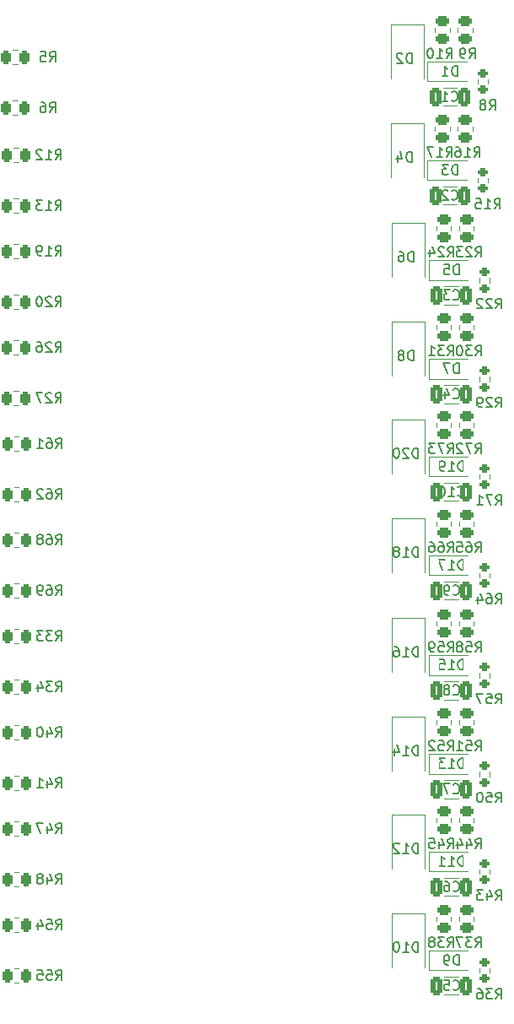
<source format=gbo>
G04 #@! TF.GenerationSoftware,KiCad,Pcbnew,(6.0.0)*
G04 #@! TF.CreationDate,2022-08-19T14:16:46+02:00*
G04 #@! TF.ProjectId,top,746f702e-6b69-4636-9164-5f7063625858,rev?*
G04 #@! TF.SameCoordinates,Original*
G04 #@! TF.FileFunction,Legend,Bot*
G04 #@! TF.FilePolarity,Positive*
%FSLAX46Y46*%
G04 Gerber Fmt 4.6, Leading zero omitted, Abs format (unit mm)*
G04 Created by KiCad (PCBNEW (6.0.0)) date 2022-08-19 14:16:46*
%MOMM*%
%LPD*%
G01*
G04 APERTURE LIST*
G04 Aperture macros list*
%AMRoundRect*
0 Rectangle with rounded corners*
0 $1 Rounding radius*
0 $2 $3 $4 $5 $6 $7 $8 $9 X,Y pos of 4 corners*
0 Add a 4 corners polygon primitive as box body*
4,1,4,$2,$3,$4,$5,$6,$7,$8,$9,$2,$3,0*
0 Add four circle primitives for the rounded corners*
1,1,$1+$1,$2,$3*
1,1,$1+$1,$4,$5*
1,1,$1+$1,$6,$7*
1,1,$1+$1,$8,$9*
0 Add four rect primitives between the rounded corners*
20,1,$1+$1,$2,$3,$4,$5,0*
20,1,$1+$1,$4,$5,$6,$7,0*
20,1,$1+$1,$6,$7,$8,$9,0*
20,1,$1+$1,$8,$9,$2,$3,0*%
G04 Aperture macros list end*
%ADD10C,0.150000*%
%ADD11C,0.120000*%
%ADD12R,1.700000X1.700000*%
%ADD13O,1.700000X1.700000*%
%ADD14R,1.800000X2.500000*%
%ADD15RoundRect,0.250000X-0.450000X0.262500X-0.450000X-0.262500X0.450000X-0.262500X0.450000X0.262500X0*%
%ADD16RoundRect,0.200000X0.275000X-0.200000X0.275000X0.200000X-0.275000X0.200000X-0.275000X-0.200000X0*%
%ADD17RoundRect,0.250000X0.262500X0.450000X-0.262500X0.450000X-0.262500X-0.450000X0.262500X-0.450000X0*%
%ADD18R,0.900000X1.200000*%
%ADD19RoundRect,0.250000X-0.262500X-0.450000X0.262500X-0.450000X0.262500X0.450000X-0.262500X0.450000X0*%
%ADD20RoundRect,0.250000X0.450000X-0.262500X0.450000X0.262500X-0.450000X0.262500X-0.450000X-0.262500X0*%
%ADD21RoundRect,0.250000X-0.325000X-0.650000X0.325000X-0.650000X0.325000X0.650000X-0.325000X0.650000X0*%
G04 APERTURE END LIST*
D10*
X159710285Y-114315880D02*
X159710285Y-113315880D01*
X159472190Y-113315880D01*
X159329333Y-113363500D01*
X159234095Y-113458738D01*
X159186476Y-113553976D01*
X159138857Y-113744452D01*
X159138857Y-113887309D01*
X159186476Y-114077785D01*
X159234095Y-114173023D01*
X159329333Y-114268261D01*
X159472190Y-114315880D01*
X159710285Y-114315880D01*
X158186476Y-114315880D02*
X158757904Y-114315880D01*
X158472190Y-114315880D02*
X158472190Y-113315880D01*
X158567428Y-113458738D01*
X158662666Y-113553976D01*
X158757904Y-113601595D01*
X157329333Y-113315880D02*
X157519809Y-113315880D01*
X157615047Y-113363500D01*
X157662666Y-113411119D01*
X157757904Y-113553976D01*
X157805523Y-113744452D01*
X157805523Y-114125404D01*
X157757904Y-114220642D01*
X157710285Y-114268261D01*
X157615047Y-114315880D01*
X157424571Y-114315880D01*
X157329333Y-114268261D01*
X157281714Y-114220642D01*
X157234095Y-114125404D01*
X157234095Y-113887309D01*
X157281714Y-113792071D01*
X157329333Y-113744452D01*
X157424571Y-113696833D01*
X157615047Y-113696833D01*
X157710285Y-113744452D01*
X157757904Y-113792071D01*
X157805523Y-113887309D01*
X165488857Y-74215880D02*
X165822190Y-73739690D01*
X166060285Y-74215880D02*
X166060285Y-73215880D01*
X165679333Y-73215880D01*
X165584095Y-73263500D01*
X165536476Y-73311119D01*
X165488857Y-73406357D01*
X165488857Y-73549214D01*
X165536476Y-73644452D01*
X165584095Y-73692071D01*
X165679333Y-73739690D01*
X166060285Y-73739690D01*
X165107904Y-73311119D02*
X165060285Y-73263500D01*
X164965047Y-73215880D01*
X164726952Y-73215880D01*
X164631714Y-73263500D01*
X164584095Y-73311119D01*
X164536476Y-73406357D01*
X164536476Y-73501595D01*
X164584095Y-73644452D01*
X165155523Y-74215880D01*
X164536476Y-74215880D01*
X164203142Y-73215880D02*
X163584095Y-73215880D01*
X163917428Y-73596833D01*
X163774571Y-73596833D01*
X163679333Y-73644452D01*
X163631714Y-73692071D01*
X163584095Y-73787309D01*
X163584095Y-74025404D01*
X163631714Y-74120642D01*
X163679333Y-74168261D01*
X163774571Y-74215880D01*
X164060285Y-74215880D01*
X164155523Y-74168261D01*
X164203142Y-74120642D01*
X167520857Y-138731880D02*
X167854190Y-138255690D01*
X168092285Y-138731880D02*
X168092285Y-137731880D01*
X167711333Y-137731880D01*
X167616095Y-137779500D01*
X167568476Y-137827119D01*
X167520857Y-137922357D01*
X167520857Y-138065214D01*
X167568476Y-138160452D01*
X167616095Y-138208071D01*
X167711333Y-138255690D01*
X168092285Y-138255690D01*
X166663714Y-138065214D02*
X166663714Y-138731880D01*
X166901809Y-137684261D02*
X167139904Y-138398547D01*
X166520857Y-138398547D01*
X166235142Y-137731880D02*
X165616095Y-137731880D01*
X165949428Y-138112833D01*
X165806571Y-138112833D01*
X165711333Y-138160452D01*
X165663714Y-138208071D01*
X165616095Y-138303309D01*
X165616095Y-138541404D01*
X165663714Y-138636642D01*
X165711333Y-138684261D01*
X165806571Y-138731880D01*
X166092285Y-138731880D01*
X166187523Y-138684261D01*
X166235142Y-138636642D01*
X123263857Y-74112380D02*
X123597190Y-73636190D01*
X123835285Y-74112380D02*
X123835285Y-73112380D01*
X123454333Y-73112380D01*
X123359095Y-73160000D01*
X123311476Y-73207619D01*
X123263857Y-73302857D01*
X123263857Y-73445714D01*
X123311476Y-73540952D01*
X123359095Y-73588571D01*
X123454333Y-73636190D01*
X123835285Y-73636190D01*
X122311476Y-74112380D02*
X122882904Y-74112380D01*
X122597190Y-74112380D02*
X122597190Y-73112380D01*
X122692428Y-73255238D01*
X122787666Y-73350476D01*
X122882904Y-73398095D01*
X121835285Y-74112380D02*
X121644809Y-74112380D01*
X121549571Y-74064761D01*
X121501952Y-74017142D01*
X121406714Y-73874285D01*
X121359095Y-73683809D01*
X121359095Y-73302857D01*
X121406714Y-73207619D01*
X121454333Y-73160000D01*
X121549571Y-73112380D01*
X121740047Y-73112380D01*
X121835285Y-73160000D01*
X121882904Y-73207619D01*
X121930523Y-73302857D01*
X121930523Y-73540952D01*
X121882904Y-73636190D01*
X121835285Y-73683809D01*
X121740047Y-73731428D01*
X121549571Y-73731428D01*
X121454333Y-73683809D01*
X121406714Y-73636190D01*
X121359095Y-73540952D01*
X163655595Y-56078380D02*
X163655595Y-55078380D01*
X163417500Y-55078380D01*
X163274642Y-55126000D01*
X163179404Y-55221238D01*
X163131785Y-55316476D01*
X163084166Y-55506952D01*
X163084166Y-55649809D01*
X163131785Y-55840285D01*
X163179404Y-55935523D01*
X163274642Y-56030761D01*
X163417500Y-56078380D01*
X163655595Y-56078380D01*
X162131785Y-56078380D02*
X162703214Y-56078380D01*
X162417500Y-56078380D02*
X162417500Y-55078380D01*
X162512738Y-55221238D01*
X162607976Y-55316476D01*
X162703214Y-55364095D01*
X163806095Y-75993880D02*
X163806095Y-74993880D01*
X163568000Y-74993880D01*
X163425142Y-75041500D01*
X163329904Y-75136738D01*
X163282285Y-75231976D01*
X163234666Y-75422452D01*
X163234666Y-75565309D01*
X163282285Y-75755785D01*
X163329904Y-75851023D01*
X163425142Y-75946261D01*
X163568000Y-75993880D01*
X163806095Y-75993880D01*
X162329904Y-74993880D02*
X162806095Y-74993880D01*
X162853714Y-75470071D01*
X162806095Y-75422452D01*
X162710857Y-75374833D01*
X162472761Y-75374833D01*
X162377523Y-75422452D01*
X162329904Y-75470071D01*
X162282285Y-75565309D01*
X162282285Y-75803404D01*
X162329904Y-75898642D01*
X162377523Y-75946261D01*
X162472761Y-75993880D01*
X162710857Y-75993880D01*
X162806095Y-75946261D01*
X162853714Y-75898642D01*
X123324857Y-108148380D02*
X123658190Y-107672190D01*
X123896285Y-108148380D02*
X123896285Y-107148380D01*
X123515333Y-107148380D01*
X123420095Y-107196000D01*
X123372476Y-107243619D01*
X123324857Y-107338857D01*
X123324857Y-107481714D01*
X123372476Y-107576952D01*
X123420095Y-107624571D01*
X123515333Y-107672190D01*
X123896285Y-107672190D01*
X122467714Y-107148380D02*
X122658190Y-107148380D01*
X122753428Y-107196000D01*
X122801047Y-107243619D01*
X122896285Y-107386476D01*
X122943904Y-107576952D01*
X122943904Y-107957904D01*
X122896285Y-108053142D01*
X122848666Y-108100761D01*
X122753428Y-108148380D01*
X122562952Y-108148380D01*
X122467714Y-108100761D01*
X122420095Y-108053142D01*
X122372476Y-107957904D01*
X122372476Y-107719809D01*
X122420095Y-107624571D01*
X122467714Y-107576952D01*
X122562952Y-107529333D01*
X122753428Y-107529333D01*
X122848666Y-107576952D01*
X122896285Y-107624571D01*
X122943904Y-107719809D01*
X121896285Y-108148380D02*
X121705809Y-108148380D01*
X121610571Y-108100761D01*
X121562952Y-108053142D01*
X121467714Y-107910285D01*
X121420095Y-107719809D01*
X121420095Y-107338857D01*
X121467714Y-107243619D01*
X121515333Y-107196000D01*
X121610571Y-107148380D01*
X121801047Y-107148380D01*
X121896285Y-107196000D01*
X121943904Y-107243619D01*
X121991523Y-107338857D01*
X121991523Y-107576952D01*
X121943904Y-107672190D01*
X121896285Y-107719809D01*
X121801047Y-107767428D01*
X121610571Y-107767428D01*
X121515333Y-107719809D01*
X121467714Y-107672190D01*
X121420095Y-107576952D01*
X165488857Y-133548380D02*
X165822190Y-133072190D01*
X166060285Y-133548380D02*
X166060285Y-132548380D01*
X165679333Y-132548380D01*
X165584095Y-132596000D01*
X165536476Y-132643619D01*
X165488857Y-132738857D01*
X165488857Y-132881714D01*
X165536476Y-132976952D01*
X165584095Y-133024571D01*
X165679333Y-133072190D01*
X166060285Y-133072190D01*
X164631714Y-132881714D02*
X164631714Y-133548380D01*
X164869809Y-132500761D02*
X165107904Y-133215047D01*
X164488857Y-133215047D01*
X163679333Y-132881714D02*
X163679333Y-133548380D01*
X163917428Y-132500761D02*
X164155523Y-133215047D01*
X163536476Y-133215047D01*
X165488857Y-113839880D02*
X165822190Y-113363690D01*
X166060285Y-113839880D02*
X166060285Y-112839880D01*
X165679333Y-112839880D01*
X165584095Y-112887500D01*
X165536476Y-112935119D01*
X165488857Y-113030357D01*
X165488857Y-113173214D01*
X165536476Y-113268452D01*
X165584095Y-113316071D01*
X165679333Y-113363690D01*
X166060285Y-113363690D01*
X164584095Y-112839880D02*
X165060285Y-112839880D01*
X165107904Y-113316071D01*
X165060285Y-113268452D01*
X164965047Y-113220833D01*
X164726952Y-113220833D01*
X164631714Y-113268452D01*
X164584095Y-113316071D01*
X164536476Y-113411309D01*
X164536476Y-113649404D01*
X164584095Y-113744642D01*
X164631714Y-113792261D01*
X164726952Y-113839880D01*
X164965047Y-113839880D01*
X165060285Y-113792261D01*
X165107904Y-113744642D01*
X163965047Y-113268452D02*
X164060285Y-113220833D01*
X164107904Y-113173214D01*
X164155523Y-113077976D01*
X164155523Y-113030357D01*
X164107904Y-112935119D01*
X164060285Y-112887500D01*
X163965047Y-112839880D01*
X163774571Y-112839880D01*
X163679333Y-112887500D01*
X163631714Y-112935119D01*
X163584095Y-113030357D01*
X163584095Y-113077976D01*
X163631714Y-113173214D01*
X163679333Y-113220833D01*
X163774571Y-113268452D01*
X163965047Y-113268452D01*
X164060285Y-113316071D01*
X164107904Y-113363690D01*
X164155523Y-113458928D01*
X164155523Y-113649404D01*
X164107904Y-113744642D01*
X164060285Y-113792261D01*
X163965047Y-113839880D01*
X163774571Y-113839880D01*
X163679333Y-113792261D01*
X163631714Y-113744642D01*
X163584095Y-113649404D01*
X163584095Y-113458928D01*
X163631714Y-113363690D01*
X163679333Y-113316071D01*
X163774571Y-113268452D01*
X162694857Y-123745880D02*
X163028190Y-123269690D01*
X163266285Y-123745880D02*
X163266285Y-122745880D01*
X162885333Y-122745880D01*
X162790095Y-122793500D01*
X162742476Y-122841119D01*
X162694857Y-122936357D01*
X162694857Y-123079214D01*
X162742476Y-123174452D01*
X162790095Y-123222071D01*
X162885333Y-123269690D01*
X163266285Y-123269690D01*
X161790095Y-122745880D02*
X162266285Y-122745880D01*
X162313904Y-123222071D01*
X162266285Y-123174452D01*
X162171047Y-123126833D01*
X161932952Y-123126833D01*
X161837714Y-123174452D01*
X161790095Y-123222071D01*
X161742476Y-123317309D01*
X161742476Y-123555404D01*
X161790095Y-123650642D01*
X161837714Y-123698261D01*
X161932952Y-123745880D01*
X162171047Y-123745880D01*
X162266285Y-123698261D01*
X162313904Y-123650642D01*
X161361523Y-122841119D02*
X161313904Y-122793500D01*
X161218666Y-122745880D01*
X160980571Y-122745880D01*
X160885333Y-122793500D01*
X160837714Y-122841119D01*
X160790095Y-122936357D01*
X160790095Y-123031595D01*
X160837714Y-123174452D01*
X161409142Y-123745880D01*
X160790095Y-123745880D01*
X123324857Y-122372380D02*
X123658190Y-121896190D01*
X123896285Y-122372380D02*
X123896285Y-121372380D01*
X123515333Y-121372380D01*
X123420095Y-121420000D01*
X123372476Y-121467619D01*
X123324857Y-121562857D01*
X123324857Y-121705714D01*
X123372476Y-121800952D01*
X123420095Y-121848571D01*
X123515333Y-121896190D01*
X123896285Y-121896190D01*
X122467714Y-121705714D02*
X122467714Y-122372380D01*
X122705809Y-121324761D02*
X122943904Y-122039047D01*
X122324857Y-122039047D01*
X121753428Y-121372380D02*
X121658190Y-121372380D01*
X121562952Y-121420000D01*
X121515333Y-121467619D01*
X121467714Y-121562857D01*
X121420095Y-121753333D01*
X121420095Y-121991428D01*
X121467714Y-122181904D01*
X121515333Y-122277142D01*
X121562952Y-122324761D01*
X121658190Y-122372380D01*
X121753428Y-122372380D01*
X121848666Y-122324761D01*
X121896285Y-122277142D01*
X121943904Y-122181904D01*
X121991523Y-121991428D01*
X121991523Y-121753333D01*
X121943904Y-121562857D01*
X121896285Y-121467619D01*
X121848666Y-121420000D01*
X121753428Y-121372380D01*
X163710857Y-98147142D02*
X163758476Y-98194761D01*
X163901333Y-98242380D01*
X163996571Y-98242380D01*
X164139428Y-98194761D01*
X164234666Y-98099523D01*
X164282285Y-98004285D01*
X164329904Y-97813809D01*
X164329904Y-97670952D01*
X164282285Y-97480476D01*
X164234666Y-97385238D01*
X164139428Y-97290000D01*
X163996571Y-97242380D01*
X163901333Y-97242380D01*
X163758476Y-97290000D01*
X163710857Y-97337619D01*
X162758476Y-98242380D02*
X163329904Y-98242380D01*
X163044190Y-98242380D02*
X163044190Y-97242380D01*
X163139428Y-97385238D01*
X163234666Y-97480476D01*
X163329904Y-97528095D01*
X162139428Y-97242380D02*
X162044190Y-97242380D01*
X161948952Y-97290000D01*
X161901333Y-97337619D01*
X161853714Y-97432857D01*
X161806095Y-97623333D01*
X161806095Y-97861428D01*
X161853714Y-98051904D01*
X161901333Y-98147142D01*
X161948952Y-98194761D01*
X162044190Y-98242380D01*
X162139428Y-98242380D01*
X162234666Y-98194761D01*
X162282285Y-98147142D01*
X162329904Y-98051904D01*
X162377523Y-97861428D01*
X162377523Y-97623333D01*
X162329904Y-97432857D01*
X162282285Y-97337619D01*
X162234666Y-97290000D01*
X162139428Y-97242380D01*
X123263857Y-69540380D02*
X123597190Y-69064190D01*
X123835285Y-69540380D02*
X123835285Y-68540380D01*
X123454333Y-68540380D01*
X123359095Y-68588000D01*
X123311476Y-68635619D01*
X123263857Y-68730857D01*
X123263857Y-68873714D01*
X123311476Y-68968952D01*
X123359095Y-69016571D01*
X123454333Y-69064190D01*
X123835285Y-69064190D01*
X122311476Y-69540380D02*
X122882904Y-69540380D01*
X122597190Y-69540380D02*
X122597190Y-68540380D01*
X122692428Y-68683238D01*
X122787666Y-68778476D01*
X122882904Y-68826095D01*
X121978142Y-68540380D02*
X121359095Y-68540380D01*
X121692428Y-68921333D01*
X121549571Y-68921333D01*
X121454333Y-68968952D01*
X121406714Y-69016571D01*
X121359095Y-69111809D01*
X121359095Y-69349904D01*
X121406714Y-69445142D01*
X121454333Y-69492761D01*
X121549571Y-69540380D01*
X121835285Y-69540380D01*
X121930523Y-69492761D01*
X121978142Y-69445142D01*
X163806095Y-85899880D02*
X163806095Y-84899880D01*
X163568000Y-84899880D01*
X163425142Y-84947500D01*
X163329904Y-85042738D01*
X163282285Y-85137976D01*
X163234666Y-85328452D01*
X163234666Y-85471309D01*
X163282285Y-85661785D01*
X163329904Y-85757023D01*
X163425142Y-85852261D01*
X163568000Y-85899880D01*
X163806095Y-85899880D01*
X162901333Y-84899880D02*
X162234666Y-84899880D01*
X162663238Y-85899880D01*
X122690166Y-59729880D02*
X123023500Y-59253690D01*
X123261595Y-59729880D02*
X123261595Y-58729880D01*
X122880642Y-58729880D01*
X122785404Y-58777500D01*
X122737785Y-58825119D01*
X122690166Y-58920357D01*
X122690166Y-59063214D01*
X122737785Y-59158452D01*
X122785404Y-59206071D01*
X122880642Y-59253690D01*
X123261595Y-59253690D01*
X121833023Y-58729880D02*
X122023500Y-58729880D01*
X122118738Y-58777500D01*
X122166357Y-58825119D01*
X122261595Y-58967976D01*
X122309214Y-59158452D01*
X122309214Y-59539404D01*
X122261595Y-59634642D01*
X122213976Y-59682261D01*
X122118738Y-59729880D01*
X121928261Y-59729880D01*
X121833023Y-59682261D01*
X121785404Y-59634642D01*
X121737785Y-59539404D01*
X121737785Y-59301309D01*
X121785404Y-59206071D01*
X121833023Y-59158452D01*
X121928261Y-59110833D01*
X122118738Y-59110833D01*
X122213976Y-59158452D01*
X122261595Y-59206071D01*
X122309214Y-59301309D01*
X123263857Y-64460380D02*
X123597190Y-63984190D01*
X123835285Y-64460380D02*
X123835285Y-63460380D01*
X123454333Y-63460380D01*
X123359095Y-63508000D01*
X123311476Y-63555619D01*
X123263857Y-63650857D01*
X123263857Y-63793714D01*
X123311476Y-63888952D01*
X123359095Y-63936571D01*
X123454333Y-63984190D01*
X123835285Y-63984190D01*
X122311476Y-64460380D02*
X122882904Y-64460380D01*
X122597190Y-64460380D02*
X122597190Y-63460380D01*
X122692428Y-63603238D01*
X122787666Y-63698476D01*
X122882904Y-63746095D01*
X121930523Y-63555619D02*
X121882904Y-63508000D01*
X121787666Y-63460380D01*
X121549571Y-63460380D01*
X121454333Y-63508000D01*
X121406714Y-63555619D01*
X121359095Y-63650857D01*
X121359095Y-63746095D01*
X121406714Y-63888952D01*
X121978142Y-64460380D01*
X121359095Y-64460380D01*
X159234095Y-74691880D02*
X159234095Y-73691880D01*
X158996000Y-73691880D01*
X158853142Y-73739500D01*
X158757904Y-73834738D01*
X158710285Y-73929976D01*
X158662666Y-74120452D01*
X158662666Y-74263309D01*
X158710285Y-74453785D01*
X158757904Y-74549023D01*
X158853142Y-74644261D01*
X158996000Y-74691880D01*
X159234095Y-74691880D01*
X157805523Y-73691880D02*
X157996000Y-73691880D01*
X158091238Y-73739500D01*
X158138857Y-73787119D01*
X158234095Y-73929976D01*
X158281714Y-74120452D01*
X158281714Y-74501404D01*
X158234095Y-74596642D01*
X158186476Y-74644261D01*
X158091238Y-74691880D01*
X157900761Y-74691880D01*
X157805523Y-74644261D01*
X157757904Y-74596642D01*
X157710285Y-74501404D01*
X157710285Y-74263309D01*
X157757904Y-74168071D01*
X157805523Y-74120452D01*
X157900761Y-74072833D01*
X158091238Y-74072833D01*
X158186476Y-74120452D01*
X158234095Y-74168071D01*
X158281714Y-74263309D01*
X164282285Y-115617880D02*
X164282285Y-114617880D01*
X164044190Y-114617880D01*
X163901333Y-114665500D01*
X163806095Y-114760738D01*
X163758476Y-114855976D01*
X163710857Y-115046452D01*
X163710857Y-115189309D01*
X163758476Y-115379785D01*
X163806095Y-115475023D01*
X163901333Y-115570261D01*
X164044190Y-115617880D01*
X164282285Y-115617880D01*
X162758476Y-115617880D02*
X163329904Y-115617880D01*
X163044190Y-115617880D02*
X163044190Y-114617880D01*
X163139428Y-114760738D01*
X163234666Y-114855976D01*
X163329904Y-114903595D01*
X161853714Y-114617880D02*
X162329904Y-114617880D01*
X162377523Y-115094071D01*
X162329904Y-115046452D01*
X162234666Y-114998833D01*
X161996571Y-114998833D01*
X161901333Y-115046452D01*
X161853714Y-115094071D01*
X161806095Y-115189309D01*
X161806095Y-115427404D01*
X161853714Y-115522642D01*
X161901333Y-115570261D01*
X161996571Y-115617880D01*
X162234666Y-115617880D01*
X162329904Y-115570261D01*
X162377523Y-115522642D01*
X162544357Y-54300380D02*
X162877690Y-53824190D01*
X163115785Y-54300380D02*
X163115785Y-53300380D01*
X162734833Y-53300380D01*
X162639595Y-53348000D01*
X162591976Y-53395619D01*
X162544357Y-53490857D01*
X162544357Y-53633714D01*
X162591976Y-53728952D01*
X162639595Y-53776571D01*
X162734833Y-53824190D01*
X163115785Y-53824190D01*
X161591976Y-54300380D02*
X162163404Y-54300380D01*
X161877690Y-54300380D02*
X161877690Y-53300380D01*
X161972928Y-53443238D01*
X162068166Y-53538476D01*
X162163404Y-53586095D01*
X160972928Y-53300380D02*
X160877690Y-53300380D01*
X160782452Y-53348000D01*
X160734833Y-53395619D01*
X160687214Y-53490857D01*
X160639595Y-53681333D01*
X160639595Y-53919428D01*
X160687214Y-54109904D01*
X160734833Y-54205142D01*
X160782452Y-54252761D01*
X160877690Y-54300380D01*
X160972928Y-54300380D01*
X161068166Y-54252761D01*
X161115785Y-54205142D01*
X161163404Y-54109904D01*
X161211023Y-53919428D01*
X161211023Y-53681333D01*
X161163404Y-53490857D01*
X161115785Y-53395619D01*
X161068166Y-53348000D01*
X160972928Y-53300380D01*
X123263857Y-79192380D02*
X123597190Y-78716190D01*
X123835285Y-79192380D02*
X123835285Y-78192380D01*
X123454333Y-78192380D01*
X123359095Y-78240000D01*
X123311476Y-78287619D01*
X123263857Y-78382857D01*
X123263857Y-78525714D01*
X123311476Y-78620952D01*
X123359095Y-78668571D01*
X123454333Y-78716190D01*
X123835285Y-78716190D01*
X122882904Y-78287619D02*
X122835285Y-78240000D01*
X122740047Y-78192380D01*
X122501952Y-78192380D01*
X122406714Y-78240000D01*
X122359095Y-78287619D01*
X122311476Y-78382857D01*
X122311476Y-78478095D01*
X122359095Y-78620952D01*
X122930523Y-79192380D01*
X122311476Y-79192380D01*
X121692428Y-78192380D02*
X121597190Y-78192380D01*
X121501952Y-78240000D01*
X121454333Y-78287619D01*
X121406714Y-78382857D01*
X121359095Y-78573333D01*
X121359095Y-78811428D01*
X121406714Y-79001904D01*
X121454333Y-79097142D01*
X121501952Y-79144761D01*
X121597190Y-79192380D01*
X121692428Y-79192380D01*
X121787666Y-79144761D01*
X121835285Y-79097142D01*
X121882904Y-79001904D01*
X121930523Y-78811428D01*
X121930523Y-78573333D01*
X121882904Y-78382857D01*
X121835285Y-78287619D01*
X121787666Y-78240000D01*
X121692428Y-78192380D01*
X123263857Y-83764380D02*
X123597190Y-83288190D01*
X123835285Y-83764380D02*
X123835285Y-82764380D01*
X123454333Y-82764380D01*
X123359095Y-82812000D01*
X123311476Y-82859619D01*
X123263857Y-82954857D01*
X123263857Y-83097714D01*
X123311476Y-83192952D01*
X123359095Y-83240571D01*
X123454333Y-83288190D01*
X123835285Y-83288190D01*
X122882904Y-82859619D02*
X122835285Y-82812000D01*
X122740047Y-82764380D01*
X122501952Y-82764380D01*
X122406714Y-82812000D01*
X122359095Y-82859619D01*
X122311476Y-82954857D01*
X122311476Y-83050095D01*
X122359095Y-83192952D01*
X122930523Y-83764380D01*
X122311476Y-83764380D01*
X121454333Y-82764380D02*
X121644809Y-82764380D01*
X121740047Y-82812000D01*
X121787666Y-82859619D01*
X121882904Y-83002476D01*
X121930523Y-83192952D01*
X121930523Y-83573904D01*
X121882904Y-83669142D01*
X121835285Y-83716761D01*
X121740047Y-83764380D01*
X121549571Y-83764380D01*
X121454333Y-83716761D01*
X121406714Y-83669142D01*
X121359095Y-83573904D01*
X121359095Y-83335809D01*
X121406714Y-83240571D01*
X121454333Y-83192952D01*
X121549571Y-83145333D01*
X121740047Y-83145333D01*
X121835285Y-83192952D01*
X121882904Y-83240571D01*
X121930523Y-83335809D01*
X159710285Y-143930380D02*
X159710285Y-142930380D01*
X159472190Y-142930380D01*
X159329333Y-142978000D01*
X159234095Y-143073238D01*
X159186476Y-143168476D01*
X159138857Y-143358952D01*
X159138857Y-143501809D01*
X159186476Y-143692285D01*
X159234095Y-143787523D01*
X159329333Y-143882761D01*
X159472190Y-143930380D01*
X159710285Y-143930380D01*
X158186476Y-143930380D02*
X158757904Y-143930380D01*
X158472190Y-143930380D02*
X158472190Y-142930380D01*
X158567428Y-143073238D01*
X158662666Y-143168476D01*
X158757904Y-143216095D01*
X157567428Y-142930380D02*
X157472190Y-142930380D01*
X157376952Y-142978000D01*
X157329333Y-143025619D01*
X157281714Y-143120857D01*
X157234095Y-143311333D01*
X157234095Y-143549428D01*
X157281714Y-143739904D01*
X157329333Y-143835142D01*
X157376952Y-143882761D01*
X157472190Y-143930380D01*
X157567428Y-143930380D01*
X157662666Y-143882761D01*
X157710285Y-143835142D01*
X157757904Y-143739904D01*
X157805523Y-143549428D01*
X157805523Y-143311333D01*
X157757904Y-143120857D01*
X157710285Y-143025619D01*
X157662666Y-142978000D01*
X157567428Y-142930380D01*
X167520857Y-99107880D02*
X167854190Y-98631690D01*
X168092285Y-99107880D02*
X168092285Y-98107880D01*
X167711333Y-98107880D01*
X167616095Y-98155500D01*
X167568476Y-98203119D01*
X167520857Y-98298357D01*
X167520857Y-98441214D01*
X167568476Y-98536452D01*
X167616095Y-98584071D01*
X167711333Y-98631690D01*
X168092285Y-98631690D01*
X167187523Y-98107880D02*
X166520857Y-98107880D01*
X166949428Y-99107880D01*
X165616095Y-99107880D02*
X166187523Y-99107880D01*
X165901809Y-99107880D02*
X165901809Y-98107880D01*
X165997047Y-98250738D01*
X166092285Y-98345976D01*
X166187523Y-98393595D01*
X167520857Y-89305380D02*
X167854190Y-88829190D01*
X168092285Y-89305380D02*
X168092285Y-88305380D01*
X167711333Y-88305380D01*
X167616095Y-88353000D01*
X167568476Y-88400619D01*
X167520857Y-88495857D01*
X167520857Y-88638714D01*
X167568476Y-88733952D01*
X167616095Y-88781571D01*
X167711333Y-88829190D01*
X168092285Y-88829190D01*
X167139904Y-88400619D02*
X167092285Y-88353000D01*
X166997047Y-88305380D01*
X166758952Y-88305380D01*
X166663714Y-88353000D01*
X166616095Y-88400619D01*
X166568476Y-88495857D01*
X166568476Y-88591095D01*
X166616095Y-88733952D01*
X167187523Y-89305380D01*
X166568476Y-89305380D01*
X166092285Y-89305380D02*
X165901809Y-89305380D01*
X165806571Y-89257761D01*
X165758952Y-89210142D01*
X165663714Y-89067285D01*
X165616095Y-88876809D01*
X165616095Y-88495857D01*
X165663714Y-88400619D01*
X165711333Y-88353000D01*
X165806571Y-88305380D01*
X165997047Y-88305380D01*
X166092285Y-88353000D01*
X166139904Y-88400619D01*
X166187523Y-88495857D01*
X166187523Y-88733952D01*
X166139904Y-88829190D01*
X166092285Y-88876809D01*
X165997047Y-88924428D01*
X165806571Y-88924428D01*
X165711333Y-88876809D01*
X165663714Y-88829190D01*
X165616095Y-88733952D01*
X123324857Y-117800380D02*
X123658190Y-117324190D01*
X123896285Y-117800380D02*
X123896285Y-116800380D01*
X123515333Y-116800380D01*
X123420095Y-116848000D01*
X123372476Y-116895619D01*
X123324857Y-116990857D01*
X123324857Y-117133714D01*
X123372476Y-117228952D01*
X123420095Y-117276571D01*
X123515333Y-117324190D01*
X123896285Y-117324190D01*
X122991523Y-116800380D02*
X122372476Y-116800380D01*
X122705809Y-117181333D01*
X122562952Y-117181333D01*
X122467714Y-117228952D01*
X122420095Y-117276571D01*
X122372476Y-117371809D01*
X122372476Y-117609904D01*
X122420095Y-117705142D01*
X122467714Y-117752761D01*
X122562952Y-117800380D01*
X122848666Y-117800380D01*
X122943904Y-117752761D01*
X122991523Y-117705142D01*
X121515333Y-117133714D02*
X121515333Y-117800380D01*
X121753428Y-116752761D02*
X121991523Y-117467047D01*
X121372476Y-117467047D01*
X163655595Y-65984380D02*
X163655595Y-64984380D01*
X163417500Y-64984380D01*
X163274642Y-65032000D01*
X163179404Y-65127238D01*
X163131785Y-65222476D01*
X163084166Y-65412952D01*
X163084166Y-65555809D01*
X163131785Y-65746285D01*
X163179404Y-65841523D01*
X163274642Y-65936761D01*
X163417500Y-65984380D01*
X163655595Y-65984380D01*
X162750833Y-64984380D02*
X162131785Y-64984380D01*
X162465119Y-65365333D01*
X162322261Y-65365333D01*
X162227023Y-65412952D01*
X162179404Y-65460571D01*
X162131785Y-65555809D01*
X162131785Y-65793904D01*
X162179404Y-65889142D01*
X162227023Y-65936761D01*
X162322261Y-65984380D01*
X162607976Y-65984380D01*
X162703214Y-65936761D01*
X162750833Y-65889142D01*
X162694857Y-133548380D02*
X163028190Y-133072190D01*
X163266285Y-133548380D02*
X163266285Y-132548380D01*
X162885333Y-132548380D01*
X162790095Y-132596000D01*
X162742476Y-132643619D01*
X162694857Y-132738857D01*
X162694857Y-132881714D01*
X162742476Y-132976952D01*
X162790095Y-133024571D01*
X162885333Y-133072190D01*
X163266285Y-133072190D01*
X161837714Y-132881714D02*
X161837714Y-133548380D01*
X162075809Y-132500761D02*
X162313904Y-133215047D01*
X161694857Y-133215047D01*
X160837714Y-132548380D02*
X161313904Y-132548380D01*
X161361523Y-133024571D01*
X161313904Y-132976952D01*
X161218666Y-132929333D01*
X160980571Y-132929333D01*
X160885333Y-132976952D01*
X160837714Y-133024571D01*
X160790095Y-133119809D01*
X160790095Y-133357904D01*
X160837714Y-133453142D01*
X160885333Y-133500761D01*
X160980571Y-133548380D01*
X161218666Y-133548380D01*
X161313904Y-133500761D01*
X161361523Y-133453142D01*
X159710285Y-124221880D02*
X159710285Y-123221880D01*
X159472190Y-123221880D01*
X159329333Y-123269500D01*
X159234095Y-123364738D01*
X159186476Y-123459976D01*
X159138857Y-123650452D01*
X159138857Y-123793309D01*
X159186476Y-123983785D01*
X159234095Y-124079023D01*
X159329333Y-124174261D01*
X159472190Y-124221880D01*
X159710285Y-124221880D01*
X158186476Y-124221880D02*
X158757904Y-124221880D01*
X158472190Y-124221880D02*
X158472190Y-123221880D01*
X158567428Y-123364738D01*
X158662666Y-123459976D01*
X158757904Y-123507595D01*
X157329333Y-123555214D02*
X157329333Y-124221880D01*
X157567428Y-123174261D02*
X157805523Y-123888547D01*
X157186476Y-123888547D01*
X163234666Y-108053142D02*
X163282285Y-108100761D01*
X163425142Y-108148380D01*
X163520380Y-108148380D01*
X163663238Y-108100761D01*
X163758476Y-108005523D01*
X163806095Y-107910285D01*
X163853714Y-107719809D01*
X163853714Y-107576952D01*
X163806095Y-107386476D01*
X163758476Y-107291238D01*
X163663238Y-107196000D01*
X163520380Y-107148380D01*
X163425142Y-107148380D01*
X163282285Y-107196000D01*
X163234666Y-107243619D01*
X162758476Y-108148380D02*
X162568000Y-108148380D01*
X162472761Y-108100761D01*
X162425142Y-108053142D01*
X162329904Y-107910285D01*
X162282285Y-107719809D01*
X162282285Y-107338857D01*
X162329904Y-107243619D01*
X162377523Y-107196000D01*
X162472761Y-107148380D01*
X162663238Y-107148380D01*
X162758476Y-107196000D01*
X162806095Y-107243619D01*
X162853714Y-107338857D01*
X162853714Y-107576952D01*
X162806095Y-107672190D01*
X162758476Y-107719809D01*
X162663238Y-107767428D01*
X162472761Y-107767428D01*
X162377523Y-107719809D01*
X162329904Y-107672190D01*
X162282285Y-107576952D01*
X166894166Y-59483880D02*
X167227500Y-59007690D01*
X167465595Y-59483880D02*
X167465595Y-58483880D01*
X167084642Y-58483880D01*
X166989404Y-58531500D01*
X166941785Y-58579119D01*
X166894166Y-58674357D01*
X166894166Y-58817214D01*
X166941785Y-58912452D01*
X166989404Y-58960071D01*
X167084642Y-59007690D01*
X167465595Y-59007690D01*
X166322738Y-58912452D02*
X166417976Y-58864833D01*
X166465595Y-58817214D01*
X166513214Y-58721976D01*
X166513214Y-58674357D01*
X166465595Y-58579119D01*
X166417976Y-58531500D01*
X166322738Y-58483880D01*
X166132261Y-58483880D01*
X166037023Y-58531500D01*
X165989404Y-58579119D01*
X165941785Y-58674357D01*
X165941785Y-58721976D01*
X165989404Y-58817214D01*
X166037023Y-58864833D01*
X166132261Y-58912452D01*
X166322738Y-58912452D01*
X166417976Y-58960071D01*
X166465595Y-59007690D01*
X166513214Y-59102928D01*
X166513214Y-59293404D01*
X166465595Y-59388642D01*
X166417976Y-59436261D01*
X166322738Y-59483880D01*
X166132261Y-59483880D01*
X166037023Y-59436261D01*
X165989404Y-59388642D01*
X165941785Y-59293404D01*
X165941785Y-59102928D01*
X165989404Y-59007690D01*
X166037023Y-58960071D01*
X166132261Y-58912452D01*
X163234666Y-78438642D02*
X163282285Y-78486261D01*
X163425142Y-78533880D01*
X163520380Y-78533880D01*
X163663238Y-78486261D01*
X163758476Y-78391023D01*
X163806095Y-78295785D01*
X163853714Y-78105309D01*
X163853714Y-77962452D01*
X163806095Y-77771976D01*
X163758476Y-77676738D01*
X163663238Y-77581500D01*
X163520380Y-77533880D01*
X163425142Y-77533880D01*
X163282285Y-77581500D01*
X163234666Y-77629119D01*
X162901333Y-77533880D02*
X162282285Y-77533880D01*
X162615619Y-77914833D01*
X162472761Y-77914833D01*
X162377523Y-77962452D01*
X162329904Y-78010071D01*
X162282285Y-78105309D01*
X162282285Y-78343404D01*
X162329904Y-78438642D01*
X162377523Y-78486261D01*
X162472761Y-78533880D01*
X162758476Y-78533880D01*
X162853714Y-78486261D01*
X162901333Y-78438642D01*
X123324857Y-98496380D02*
X123658190Y-98020190D01*
X123896285Y-98496380D02*
X123896285Y-97496380D01*
X123515333Y-97496380D01*
X123420095Y-97544000D01*
X123372476Y-97591619D01*
X123324857Y-97686857D01*
X123324857Y-97829714D01*
X123372476Y-97924952D01*
X123420095Y-97972571D01*
X123515333Y-98020190D01*
X123896285Y-98020190D01*
X122467714Y-97496380D02*
X122658190Y-97496380D01*
X122753428Y-97544000D01*
X122801047Y-97591619D01*
X122896285Y-97734476D01*
X122943904Y-97924952D01*
X122943904Y-98305904D01*
X122896285Y-98401142D01*
X122848666Y-98448761D01*
X122753428Y-98496380D01*
X122562952Y-98496380D01*
X122467714Y-98448761D01*
X122420095Y-98401142D01*
X122372476Y-98305904D01*
X122372476Y-98067809D01*
X122420095Y-97972571D01*
X122467714Y-97924952D01*
X122562952Y-97877333D01*
X122753428Y-97877333D01*
X122848666Y-97924952D01*
X122896285Y-97972571D01*
X122943904Y-98067809D01*
X121991523Y-97591619D02*
X121943904Y-97544000D01*
X121848666Y-97496380D01*
X121610571Y-97496380D01*
X121515333Y-97544000D01*
X121467714Y-97591619D01*
X121420095Y-97686857D01*
X121420095Y-97782095D01*
X121467714Y-97924952D01*
X122039142Y-98496380D01*
X121420095Y-98496380D01*
X167520857Y-148637880D02*
X167854190Y-148161690D01*
X168092285Y-148637880D02*
X168092285Y-147637880D01*
X167711333Y-147637880D01*
X167616095Y-147685500D01*
X167568476Y-147733119D01*
X167520857Y-147828357D01*
X167520857Y-147971214D01*
X167568476Y-148066452D01*
X167616095Y-148114071D01*
X167711333Y-148161690D01*
X168092285Y-148161690D01*
X167187523Y-147637880D02*
X166568476Y-147637880D01*
X166901809Y-148018833D01*
X166758952Y-148018833D01*
X166663714Y-148066452D01*
X166616095Y-148114071D01*
X166568476Y-148209309D01*
X166568476Y-148447404D01*
X166616095Y-148542642D01*
X166663714Y-148590261D01*
X166758952Y-148637880D01*
X167044666Y-148637880D01*
X167139904Y-148590261D01*
X167187523Y-148542642D01*
X165711333Y-147637880D02*
X165901809Y-147637880D01*
X165997047Y-147685500D01*
X166044666Y-147733119D01*
X166139904Y-147875976D01*
X166187523Y-148066452D01*
X166187523Y-148447404D01*
X166139904Y-148542642D01*
X166092285Y-148590261D01*
X165997047Y-148637880D01*
X165806571Y-148637880D01*
X165711333Y-148590261D01*
X165663714Y-148542642D01*
X165616095Y-148447404D01*
X165616095Y-148209309D01*
X165663714Y-148114071D01*
X165711333Y-148066452D01*
X165806571Y-148018833D01*
X165997047Y-148018833D01*
X166092285Y-148066452D01*
X166139904Y-148114071D01*
X166187523Y-148209309D01*
X162694857Y-103830380D02*
X163028190Y-103354190D01*
X163266285Y-103830380D02*
X163266285Y-102830380D01*
X162885333Y-102830380D01*
X162790095Y-102878000D01*
X162742476Y-102925619D01*
X162694857Y-103020857D01*
X162694857Y-103163714D01*
X162742476Y-103258952D01*
X162790095Y-103306571D01*
X162885333Y-103354190D01*
X163266285Y-103354190D01*
X161837714Y-102830380D02*
X162028190Y-102830380D01*
X162123428Y-102878000D01*
X162171047Y-102925619D01*
X162266285Y-103068476D01*
X162313904Y-103258952D01*
X162313904Y-103639904D01*
X162266285Y-103735142D01*
X162218666Y-103782761D01*
X162123428Y-103830380D01*
X161932952Y-103830380D01*
X161837714Y-103782761D01*
X161790095Y-103735142D01*
X161742476Y-103639904D01*
X161742476Y-103401809D01*
X161790095Y-103306571D01*
X161837714Y-103258952D01*
X161932952Y-103211333D01*
X162123428Y-103211333D01*
X162218666Y-103258952D01*
X162266285Y-103306571D01*
X162313904Y-103401809D01*
X160885333Y-102830380D02*
X161075809Y-102830380D01*
X161171047Y-102878000D01*
X161218666Y-102925619D01*
X161313904Y-103068476D01*
X161361523Y-103258952D01*
X161361523Y-103639904D01*
X161313904Y-103735142D01*
X161266285Y-103782761D01*
X161171047Y-103830380D01*
X160980571Y-103830380D01*
X160885333Y-103782761D01*
X160837714Y-103735142D01*
X160790095Y-103639904D01*
X160790095Y-103401809D01*
X160837714Y-103306571D01*
X160885333Y-103258952D01*
X160980571Y-103211333D01*
X161171047Y-103211333D01*
X161266285Y-103258952D01*
X161313904Y-103306571D01*
X161361523Y-103401809D01*
X163084166Y-68429142D02*
X163131785Y-68476761D01*
X163274642Y-68524380D01*
X163369880Y-68524380D01*
X163512738Y-68476761D01*
X163607976Y-68381523D01*
X163655595Y-68286285D01*
X163703214Y-68095809D01*
X163703214Y-67952952D01*
X163655595Y-67762476D01*
X163607976Y-67667238D01*
X163512738Y-67572000D01*
X163369880Y-67524380D01*
X163274642Y-67524380D01*
X163131785Y-67572000D01*
X163084166Y-67619619D01*
X162703214Y-67619619D02*
X162655595Y-67572000D01*
X162560357Y-67524380D01*
X162322261Y-67524380D01*
X162227023Y-67572000D01*
X162179404Y-67619619D01*
X162131785Y-67714857D01*
X162131785Y-67810095D01*
X162179404Y-67952952D01*
X162750833Y-68524380D01*
X162131785Y-68524380D01*
X122690166Y-54649880D02*
X123023500Y-54173690D01*
X123261595Y-54649880D02*
X123261595Y-53649880D01*
X122880642Y-53649880D01*
X122785404Y-53697500D01*
X122737785Y-53745119D01*
X122690166Y-53840357D01*
X122690166Y-53983214D01*
X122737785Y-54078452D01*
X122785404Y-54126071D01*
X122880642Y-54173690D01*
X123261595Y-54173690D01*
X121785404Y-53649880D02*
X122261595Y-53649880D01*
X122309214Y-54126071D01*
X122261595Y-54078452D01*
X122166357Y-54030833D01*
X121928261Y-54030833D01*
X121833023Y-54078452D01*
X121785404Y-54126071D01*
X121737785Y-54221309D01*
X121737785Y-54459404D01*
X121785404Y-54554642D01*
X121833023Y-54602261D01*
X121928261Y-54649880D01*
X122166357Y-54649880D01*
X122261595Y-54602261D01*
X122309214Y-54554642D01*
X159710285Y-94400380D02*
X159710285Y-93400380D01*
X159472190Y-93400380D01*
X159329333Y-93448000D01*
X159234095Y-93543238D01*
X159186476Y-93638476D01*
X159138857Y-93828952D01*
X159138857Y-93971809D01*
X159186476Y-94162285D01*
X159234095Y-94257523D01*
X159329333Y-94352761D01*
X159472190Y-94400380D01*
X159710285Y-94400380D01*
X158757904Y-93495619D02*
X158710285Y-93448000D01*
X158615047Y-93400380D01*
X158376952Y-93400380D01*
X158281714Y-93448000D01*
X158234095Y-93495619D01*
X158186476Y-93590857D01*
X158186476Y-93686095D01*
X158234095Y-93828952D01*
X158805523Y-94400380D01*
X158186476Y-94400380D01*
X157567428Y-93400380D02*
X157472190Y-93400380D01*
X157376952Y-93448000D01*
X157329333Y-93495619D01*
X157281714Y-93590857D01*
X157234095Y-93781333D01*
X157234095Y-94019428D01*
X157281714Y-94209904D01*
X157329333Y-94305142D01*
X157376952Y-94352761D01*
X157472190Y-94400380D01*
X157567428Y-94400380D01*
X157662666Y-94352761D01*
X157710285Y-94305142D01*
X157757904Y-94209904D01*
X157805523Y-94019428D01*
X157805523Y-93781333D01*
X157757904Y-93590857D01*
X157710285Y-93495619D01*
X157662666Y-93448000D01*
X157567428Y-93400380D01*
X165488857Y-143454380D02*
X165822190Y-142978190D01*
X166060285Y-143454380D02*
X166060285Y-142454380D01*
X165679333Y-142454380D01*
X165584095Y-142502000D01*
X165536476Y-142549619D01*
X165488857Y-142644857D01*
X165488857Y-142787714D01*
X165536476Y-142882952D01*
X165584095Y-142930571D01*
X165679333Y-142978190D01*
X166060285Y-142978190D01*
X165155523Y-142454380D02*
X164536476Y-142454380D01*
X164869809Y-142835333D01*
X164726952Y-142835333D01*
X164631714Y-142882952D01*
X164584095Y-142930571D01*
X164536476Y-143025809D01*
X164536476Y-143263904D01*
X164584095Y-143359142D01*
X164631714Y-143406761D01*
X164726952Y-143454380D01*
X165012666Y-143454380D01*
X165107904Y-143406761D01*
X165155523Y-143359142D01*
X164203142Y-142454380D02*
X163536476Y-142454380D01*
X163965047Y-143454380D01*
X159083595Y-64682380D02*
X159083595Y-63682380D01*
X158845500Y-63682380D01*
X158702642Y-63730000D01*
X158607404Y-63825238D01*
X158559785Y-63920476D01*
X158512166Y-64110952D01*
X158512166Y-64253809D01*
X158559785Y-64444285D01*
X158607404Y-64539523D01*
X158702642Y-64634761D01*
X158845500Y-64682380D01*
X159083595Y-64682380D01*
X157655023Y-64015714D02*
X157655023Y-64682380D01*
X157893119Y-63634761D02*
X158131214Y-64349047D01*
X157512166Y-64349047D01*
X163234666Y-88344642D02*
X163282285Y-88392261D01*
X163425142Y-88439880D01*
X163520380Y-88439880D01*
X163663238Y-88392261D01*
X163758476Y-88297023D01*
X163806095Y-88201785D01*
X163853714Y-88011309D01*
X163853714Y-87868452D01*
X163806095Y-87677976D01*
X163758476Y-87582738D01*
X163663238Y-87487500D01*
X163520380Y-87439880D01*
X163425142Y-87439880D01*
X163282285Y-87487500D01*
X163234666Y-87535119D01*
X162377523Y-87773214D02*
X162377523Y-88439880D01*
X162615619Y-87392261D02*
X162853714Y-88106547D01*
X162234666Y-88106547D01*
X165488857Y-84121880D02*
X165822190Y-83645690D01*
X166060285Y-84121880D02*
X166060285Y-83121880D01*
X165679333Y-83121880D01*
X165584095Y-83169500D01*
X165536476Y-83217119D01*
X165488857Y-83312357D01*
X165488857Y-83455214D01*
X165536476Y-83550452D01*
X165584095Y-83598071D01*
X165679333Y-83645690D01*
X166060285Y-83645690D01*
X165155523Y-83121880D02*
X164536476Y-83121880D01*
X164869809Y-83502833D01*
X164726952Y-83502833D01*
X164631714Y-83550452D01*
X164584095Y-83598071D01*
X164536476Y-83693309D01*
X164536476Y-83931404D01*
X164584095Y-84026642D01*
X164631714Y-84074261D01*
X164726952Y-84121880D01*
X165012666Y-84121880D01*
X165107904Y-84074261D01*
X165155523Y-84026642D01*
X163917428Y-83121880D02*
X163822190Y-83121880D01*
X163726952Y-83169500D01*
X163679333Y-83217119D01*
X163631714Y-83312357D01*
X163584095Y-83502833D01*
X163584095Y-83740928D01*
X163631714Y-83931404D01*
X163679333Y-84026642D01*
X163726952Y-84074261D01*
X163822190Y-84121880D01*
X163917428Y-84121880D01*
X164012666Y-84074261D01*
X164060285Y-84026642D01*
X164107904Y-83931404D01*
X164155523Y-83740928D01*
X164155523Y-83502833D01*
X164107904Y-83312357D01*
X164060285Y-83217119D01*
X164012666Y-83169500D01*
X163917428Y-83121880D01*
X163806095Y-145232380D02*
X163806095Y-144232380D01*
X163568000Y-144232380D01*
X163425142Y-144280000D01*
X163329904Y-144375238D01*
X163282285Y-144470476D01*
X163234666Y-144660952D01*
X163234666Y-144803809D01*
X163282285Y-144994285D01*
X163329904Y-145089523D01*
X163425142Y-145184761D01*
X163568000Y-145232380D01*
X163806095Y-145232380D01*
X162758476Y-145232380D02*
X162568000Y-145232380D01*
X162472761Y-145184761D01*
X162425142Y-145137142D01*
X162329904Y-144994285D01*
X162282285Y-144803809D01*
X162282285Y-144422857D01*
X162329904Y-144327619D01*
X162377523Y-144280000D01*
X162472761Y-144232380D01*
X162663238Y-144232380D01*
X162758476Y-144280000D01*
X162806095Y-144327619D01*
X162853714Y-144422857D01*
X162853714Y-144660952D01*
X162806095Y-144756190D01*
X162758476Y-144803809D01*
X162663238Y-144851428D01*
X162472761Y-144851428D01*
X162377523Y-144803809D01*
X162329904Y-144756190D01*
X162282285Y-144660952D01*
X162694857Y-84121880D02*
X163028190Y-83645690D01*
X163266285Y-84121880D02*
X163266285Y-83121880D01*
X162885333Y-83121880D01*
X162790095Y-83169500D01*
X162742476Y-83217119D01*
X162694857Y-83312357D01*
X162694857Y-83455214D01*
X162742476Y-83550452D01*
X162790095Y-83598071D01*
X162885333Y-83645690D01*
X163266285Y-83645690D01*
X162361523Y-83121880D02*
X161742476Y-83121880D01*
X162075809Y-83502833D01*
X161932952Y-83502833D01*
X161837714Y-83550452D01*
X161790095Y-83598071D01*
X161742476Y-83693309D01*
X161742476Y-83931404D01*
X161790095Y-84026642D01*
X161837714Y-84074261D01*
X161932952Y-84121880D01*
X162218666Y-84121880D01*
X162313904Y-84074261D01*
X162361523Y-84026642D01*
X160790095Y-84121880D02*
X161361523Y-84121880D01*
X161075809Y-84121880D02*
X161075809Y-83121880D01*
X161171047Y-83264738D01*
X161266285Y-83359976D01*
X161361523Y-83407595D01*
X159710285Y-134024380D02*
X159710285Y-133024380D01*
X159472190Y-133024380D01*
X159329333Y-133072000D01*
X159234095Y-133167238D01*
X159186476Y-133262476D01*
X159138857Y-133452952D01*
X159138857Y-133595809D01*
X159186476Y-133786285D01*
X159234095Y-133881523D01*
X159329333Y-133976761D01*
X159472190Y-134024380D01*
X159710285Y-134024380D01*
X158186476Y-134024380D02*
X158757904Y-134024380D01*
X158472190Y-134024380D02*
X158472190Y-133024380D01*
X158567428Y-133167238D01*
X158662666Y-133262476D01*
X158757904Y-133310095D01*
X157805523Y-133119619D02*
X157757904Y-133072000D01*
X157662666Y-133024380D01*
X157424571Y-133024380D01*
X157329333Y-133072000D01*
X157281714Y-133119619D01*
X157234095Y-133214857D01*
X157234095Y-133310095D01*
X157281714Y-133452952D01*
X157853142Y-134024380D01*
X157234095Y-134024380D01*
X123324857Y-146756380D02*
X123658190Y-146280190D01*
X123896285Y-146756380D02*
X123896285Y-145756380D01*
X123515333Y-145756380D01*
X123420095Y-145804000D01*
X123372476Y-145851619D01*
X123324857Y-145946857D01*
X123324857Y-146089714D01*
X123372476Y-146184952D01*
X123420095Y-146232571D01*
X123515333Y-146280190D01*
X123896285Y-146280190D01*
X122420095Y-145756380D02*
X122896285Y-145756380D01*
X122943904Y-146232571D01*
X122896285Y-146184952D01*
X122801047Y-146137333D01*
X122562952Y-146137333D01*
X122467714Y-146184952D01*
X122420095Y-146232571D01*
X122372476Y-146327809D01*
X122372476Y-146565904D01*
X122420095Y-146661142D01*
X122467714Y-146708761D01*
X122562952Y-146756380D01*
X122801047Y-146756380D01*
X122896285Y-146708761D01*
X122943904Y-146661142D01*
X121467714Y-145756380D02*
X121943904Y-145756380D01*
X121991523Y-146232571D01*
X121943904Y-146184952D01*
X121848666Y-146137333D01*
X121610571Y-146137333D01*
X121515333Y-146184952D01*
X121467714Y-146232571D01*
X121420095Y-146327809D01*
X121420095Y-146565904D01*
X121467714Y-146661142D01*
X121515333Y-146708761D01*
X121610571Y-146756380D01*
X121848666Y-146756380D01*
X121943904Y-146708761D01*
X121991523Y-146661142D01*
X162694857Y-113839880D02*
X163028190Y-113363690D01*
X163266285Y-113839880D02*
X163266285Y-112839880D01*
X162885333Y-112839880D01*
X162790095Y-112887500D01*
X162742476Y-112935119D01*
X162694857Y-113030357D01*
X162694857Y-113173214D01*
X162742476Y-113268452D01*
X162790095Y-113316071D01*
X162885333Y-113363690D01*
X163266285Y-113363690D01*
X161790095Y-112839880D02*
X162266285Y-112839880D01*
X162313904Y-113316071D01*
X162266285Y-113268452D01*
X162171047Y-113220833D01*
X161932952Y-113220833D01*
X161837714Y-113268452D01*
X161790095Y-113316071D01*
X161742476Y-113411309D01*
X161742476Y-113649404D01*
X161790095Y-113744642D01*
X161837714Y-113792261D01*
X161932952Y-113839880D01*
X162171047Y-113839880D01*
X162266285Y-113792261D01*
X162313904Y-113744642D01*
X161266285Y-113839880D02*
X161075809Y-113839880D01*
X160980571Y-113792261D01*
X160932952Y-113744642D01*
X160837714Y-113601785D01*
X160790095Y-113411309D01*
X160790095Y-113030357D01*
X160837714Y-112935119D01*
X160885333Y-112887500D01*
X160980571Y-112839880D01*
X161171047Y-112839880D01*
X161266285Y-112887500D01*
X161313904Y-112935119D01*
X161361523Y-113030357D01*
X161361523Y-113268452D01*
X161313904Y-113363690D01*
X161266285Y-113411309D01*
X161171047Y-113458928D01*
X160980571Y-113458928D01*
X160885333Y-113411309D01*
X160837714Y-113363690D01*
X160790095Y-113268452D01*
X164282285Y-95702380D02*
X164282285Y-94702380D01*
X164044190Y-94702380D01*
X163901333Y-94750000D01*
X163806095Y-94845238D01*
X163758476Y-94940476D01*
X163710857Y-95130952D01*
X163710857Y-95273809D01*
X163758476Y-95464285D01*
X163806095Y-95559523D01*
X163901333Y-95654761D01*
X164044190Y-95702380D01*
X164282285Y-95702380D01*
X162758476Y-95702380D02*
X163329904Y-95702380D01*
X163044190Y-95702380D02*
X163044190Y-94702380D01*
X163139428Y-94845238D01*
X163234666Y-94940476D01*
X163329904Y-94988095D01*
X162282285Y-95702380D02*
X162091809Y-95702380D01*
X161996571Y-95654761D01*
X161948952Y-95607142D01*
X161853714Y-95464285D01*
X161806095Y-95273809D01*
X161806095Y-94892857D01*
X161853714Y-94797619D01*
X161901333Y-94750000D01*
X161996571Y-94702380D01*
X162187047Y-94702380D01*
X162282285Y-94750000D01*
X162329904Y-94797619D01*
X162377523Y-94892857D01*
X162377523Y-95130952D01*
X162329904Y-95226190D01*
X162282285Y-95273809D01*
X162187047Y-95321428D01*
X161996571Y-95321428D01*
X161901333Y-95273809D01*
X161853714Y-95226190D01*
X161806095Y-95130952D01*
X167520857Y-119023380D02*
X167854190Y-118547190D01*
X168092285Y-119023380D02*
X168092285Y-118023380D01*
X167711333Y-118023380D01*
X167616095Y-118071000D01*
X167568476Y-118118619D01*
X167520857Y-118213857D01*
X167520857Y-118356714D01*
X167568476Y-118451952D01*
X167616095Y-118499571D01*
X167711333Y-118547190D01*
X168092285Y-118547190D01*
X166616095Y-118023380D02*
X167092285Y-118023380D01*
X167139904Y-118499571D01*
X167092285Y-118451952D01*
X166997047Y-118404333D01*
X166758952Y-118404333D01*
X166663714Y-118451952D01*
X166616095Y-118499571D01*
X166568476Y-118594809D01*
X166568476Y-118832904D01*
X166616095Y-118928142D01*
X166663714Y-118975761D01*
X166758952Y-119023380D01*
X166997047Y-119023380D01*
X167092285Y-118975761D01*
X167139904Y-118928142D01*
X166235142Y-118023380D02*
X165568476Y-118023380D01*
X165997047Y-119023380D01*
X165338357Y-64206380D02*
X165671690Y-63730190D01*
X165909785Y-64206380D02*
X165909785Y-63206380D01*
X165528833Y-63206380D01*
X165433595Y-63254000D01*
X165385976Y-63301619D01*
X165338357Y-63396857D01*
X165338357Y-63539714D01*
X165385976Y-63634952D01*
X165433595Y-63682571D01*
X165528833Y-63730190D01*
X165909785Y-63730190D01*
X164385976Y-64206380D02*
X164957404Y-64206380D01*
X164671690Y-64206380D02*
X164671690Y-63206380D01*
X164766928Y-63349238D01*
X164862166Y-63444476D01*
X164957404Y-63492095D01*
X163528833Y-63206380D02*
X163719309Y-63206380D01*
X163814547Y-63254000D01*
X163862166Y-63301619D01*
X163957404Y-63444476D01*
X164005023Y-63634952D01*
X164005023Y-64015904D01*
X163957404Y-64111142D01*
X163909785Y-64158761D01*
X163814547Y-64206380D01*
X163624071Y-64206380D01*
X163528833Y-64158761D01*
X163481214Y-64111142D01*
X163433595Y-64015904D01*
X163433595Y-63777809D01*
X163481214Y-63682571D01*
X163528833Y-63634952D01*
X163624071Y-63587333D01*
X163814547Y-63587333D01*
X163909785Y-63634952D01*
X163957404Y-63682571D01*
X164005023Y-63777809D01*
X167520857Y-128929380D02*
X167854190Y-128453190D01*
X168092285Y-128929380D02*
X168092285Y-127929380D01*
X167711333Y-127929380D01*
X167616095Y-127977000D01*
X167568476Y-128024619D01*
X167520857Y-128119857D01*
X167520857Y-128262714D01*
X167568476Y-128357952D01*
X167616095Y-128405571D01*
X167711333Y-128453190D01*
X168092285Y-128453190D01*
X166616095Y-127929380D02*
X167092285Y-127929380D01*
X167139904Y-128405571D01*
X167092285Y-128357952D01*
X166997047Y-128310333D01*
X166758952Y-128310333D01*
X166663714Y-128357952D01*
X166616095Y-128405571D01*
X166568476Y-128500809D01*
X166568476Y-128738904D01*
X166616095Y-128834142D01*
X166663714Y-128881761D01*
X166758952Y-128929380D01*
X166997047Y-128929380D01*
X167092285Y-128881761D01*
X167139904Y-128834142D01*
X165949428Y-127929380D02*
X165854190Y-127929380D01*
X165758952Y-127977000D01*
X165711333Y-128024619D01*
X165663714Y-128119857D01*
X165616095Y-128310333D01*
X165616095Y-128548428D01*
X165663714Y-128738904D01*
X165711333Y-128834142D01*
X165758952Y-128881761D01*
X165854190Y-128929380D01*
X165949428Y-128929380D01*
X166044666Y-128881761D01*
X166092285Y-128834142D01*
X166139904Y-128738904D01*
X166187523Y-128548428D01*
X166187523Y-128310333D01*
X166139904Y-128119857D01*
X166092285Y-128024619D01*
X166044666Y-127977000D01*
X165949428Y-127929380D01*
X123324857Y-103068380D02*
X123658190Y-102592190D01*
X123896285Y-103068380D02*
X123896285Y-102068380D01*
X123515333Y-102068380D01*
X123420095Y-102116000D01*
X123372476Y-102163619D01*
X123324857Y-102258857D01*
X123324857Y-102401714D01*
X123372476Y-102496952D01*
X123420095Y-102544571D01*
X123515333Y-102592190D01*
X123896285Y-102592190D01*
X122467714Y-102068380D02*
X122658190Y-102068380D01*
X122753428Y-102116000D01*
X122801047Y-102163619D01*
X122896285Y-102306476D01*
X122943904Y-102496952D01*
X122943904Y-102877904D01*
X122896285Y-102973142D01*
X122848666Y-103020761D01*
X122753428Y-103068380D01*
X122562952Y-103068380D01*
X122467714Y-103020761D01*
X122420095Y-102973142D01*
X122372476Y-102877904D01*
X122372476Y-102639809D01*
X122420095Y-102544571D01*
X122467714Y-102496952D01*
X122562952Y-102449333D01*
X122753428Y-102449333D01*
X122848666Y-102496952D01*
X122896285Y-102544571D01*
X122943904Y-102639809D01*
X121801047Y-102496952D02*
X121896285Y-102449333D01*
X121943904Y-102401714D01*
X121991523Y-102306476D01*
X121991523Y-102258857D01*
X121943904Y-102163619D01*
X121896285Y-102116000D01*
X121801047Y-102068380D01*
X121610571Y-102068380D01*
X121515333Y-102116000D01*
X121467714Y-102163619D01*
X121420095Y-102258857D01*
X121420095Y-102306476D01*
X121467714Y-102401714D01*
X121515333Y-102449333D01*
X121610571Y-102496952D01*
X121801047Y-102496952D01*
X121896285Y-102544571D01*
X121943904Y-102592190D01*
X121991523Y-102687428D01*
X121991523Y-102877904D01*
X121943904Y-102973142D01*
X121896285Y-103020761D01*
X121801047Y-103068380D01*
X121610571Y-103068380D01*
X121515333Y-103020761D01*
X121467714Y-102973142D01*
X121420095Y-102877904D01*
X121420095Y-102687428D01*
X121467714Y-102592190D01*
X121515333Y-102544571D01*
X121610571Y-102496952D01*
X162694857Y-143454380D02*
X163028190Y-142978190D01*
X163266285Y-143454380D02*
X163266285Y-142454380D01*
X162885333Y-142454380D01*
X162790095Y-142502000D01*
X162742476Y-142549619D01*
X162694857Y-142644857D01*
X162694857Y-142787714D01*
X162742476Y-142882952D01*
X162790095Y-142930571D01*
X162885333Y-142978190D01*
X163266285Y-142978190D01*
X162361523Y-142454380D02*
X161742476Y-142454380D01*
X162075809Y-142835333D01*
X161932952Y-142835333D01*
X161837714Y-142882952D01*
X161790095Y-142930571D01*
X161742476Y-143025809D01*
X161742476Y-143263904D01*
X161790095Y-143359142D01*
X161837714Y-143406761D01*
X161932952Y-143454380D01*
X162218666Y-143454380D01*
X162313904Y-143406761D01*
X162361523Y-143359142D01*
X161171047Y-142882952D02*
X161266285Y-142835333D01*
X161313904Y-142787714D01*
X161361523Y-142692476D01*
X161361523Y-142644857D01*
X161313904Y-142549619D01*
X161266285Y-142502000D01*
X161171047Y-142454380D01*
X160980571Y-142454380D01*
X160885333Y-142502000D01*
X160837714Y-142549619D01*
X160790095Y-142644857D01*
X160790095Y-142692476D01*
X160837714Y-142787714D01*
X160885333Y-142835333D01*
X160980571Y-142882952D01*
X161171047Y-142882952D01*
X161266285Y-142930571D01*
X161313904Y-142978190D01*
X161361523Y-143073428D01*
X161361523Y-143263904D01*
X161313904Y-143359142D01*
X161266285Y-143406761D01*
X161171047Y-143454380D01*
X160980571Y-143454380D01*
X160885333Y-143406761D01*
X160837714Y-143359142D01*
X160790095Y-143263904D01*
X160790095Y-143073428D01*
X160837714Y-142978190D01*
X160885333Y-142930571D01*
X160980571Y-142882952D01*
X165488857Y-103830380D02*
X165822190Y-103354190D01*
X166060285Y-103830380D02*
X166060285Y-102830380D01*
X165679333Y-102830380D01*
X165584095Y-102878000D01*
X165536476Y-102925619D01*
X165488857Y-103020857D01*
X165488857Y-103163714D01*
X165536476Y-103258952D01*
X165584095Y-103306571D01*
X165679333Y-103354190D01*
X166060285Y-103354190D01*
X164631714Y-102830380D02*
X164822190Y-102830380D01*
X164917428Y-102878000D01*
X164965047Y-102925619D01*
X165060285Y-103068476D01*
X165107904Y-103258952D01*
X165107904Y-103639904D01*
X165060285Y-103735142D01*
X165012666Y-103782761D01*
X164917428Y-103830380D01*
X164726952Y-103830380D01*
X164631714Y-103782761D01*
X164584095Y-103735142D01*
X164536476Y-103639904D01*
X164536476Y-103401809D01*
X164584095Y-103306571D01*
X164631714Y-103258952D01*
X164726952Y-103211333D01*
X164917428Y-103211333D01*
X165012666Y-103258952D01*
X165060285Y-103306571D01*
X165107904Y-103401809D01*
X163631714Y-102830380D02*
X164107904Y-102830380D01*
X164155523Y-103306571D01*
X164107904Y-103258952D01*
X164012666Y-103211333D01*
X163774571Y-103211333D01*
X163679333Y-103258952D01*
X163631714Y-103306571D01*
X163584095Y-103401809D01*
X163584095Y-103639904D01*
X163631714Y-103735142D01*
X163679333Y-103782761D01*
X163774571Y-103830380D01*
X164012666Y-103830380D01*
X164107904Y-103782761D01*
X164155523Y-103735142D01*
X163234666Y-147677142D02*
X163282285Y-147724761D01*
X163425142Y-147772380D01*
X163520380Y-147772380D01*
X163663238Y-147724761D01*
X163758476Y-147629523D01*
X163806095Y-147534285D01*
X163853714Y-147343809D01*
X163853714Y-147200952D01*
X163806095Y-147010476D01*
X163758476Y-146915238D01*
X163663238Y-146820000D01*
X163520380Y-146772380D01*
X163425142Y-146772380D01*
X163282285Y-146820000D01*
X163234666Y-146867619D01*
X162329904Y-146772380D02*
X162806095Y-146772380D01*
X162853714Y-147248571D01*
X162806095Y-147200952D01*
X162710857Y-147153333D01*
X162472761Y-147153333D01*
X162377523Y-147200952D01*
X162329904Y-147248571D01*
X162282285Y-147343809D01*
X162282285Y-147581904D01*
X162329904Y-147677142D01*
X162377523Y-147724761D01*
X162472761Y-147772380D01*
X162710857Y-147772380D01*
X162806095Y-147724761D01*
X162853714Y-147677142D01*
X123324857Y-127452380D02*
X123658190Y-126976190D01*
X123896285Y-127452380D02*
X123896285Y-126452380D01*
X123515333Y-126452380D01*
X123420095Y-126500000D01*
X123372476Y-126547619D01*
X123324857Y-126642857D01*
X123324857Y-126785714D01*
X123372476Y-126880952D01*
X123420095Y-126928571D01*
X123515333Y-126976190D01*
X123896285Y-126976190D01*
X122467714Y-126785714D02*
X122467714Y-127452380D01*
X122705809Y-126404761D02*
X122943904Y-127119047D01*
X122324857Y-127119047D01*
X121420095Y-127452380D02*
X121991523Y-127452380D01*
X121705809Y-127452380D02*
X121705809Y-126452380D01*
X121801047Y-126595238D01*
X121896285Y-126690476D01*
X121991523Y-126738095D01*
X164862166Y-54300380D02*
X165195500Y-53824190D01*
X165433595Y-54300380D02*
X165433595Y-53300380D01*
X165052642Y-53300380D01*
X164957404Y-53348000D01*
X164909785Y-53395619D01*
X164862166Y-53490857D01*
X164862166Y-53633714D01*
X164909785Y-53728952D01*
X164957404Y-53776571D01*
X165052642Y-53824190D01*
X165433595Y-53824190D01*
X164385976Y-54300380D02*
X164195500Y-54300380D01*
X164100261Y-54252761D01*
X164052642Y-54205142D01*
X163957404Y-54062285D01*
X163909785Y-53871809D01*
X163909785Y-53490857D01*
X163957404Y-53395619D01*
X164005023Y-53348000D01*
X164100261Y-53300380D01*
X164290738Y-53300380D01*
X164385976Y-53348000D01*
X164433595Y-53395619D01*
X164481214Y-53490857D01*
X164481214Y-53728952D01*
X164433595Y-53824190D01*
X164385976Y-53871809D01*
X164290738Y-53919428D01*
X164100261Y-53919428D01*
X164005023Y-53871809D01*
X163957404Y-53824190D01*
X163909785Y-53728952D01*
X123324857Y-137104380D02*
X123658190Y-136628190D01*
X123896285Y-137104380D02*
X123896285Y-136104380D01*
X123515333Y-136104380D01*
X123420095Y-136152000D01*
X123372476Y-136199619D01*
X123324857Y-136294857D01*
X123324857Y-136437714D01*
X123372476Y-136532952D01*
X123420095Y-136580571D01*
X123515333Y-136628190D01*
X123896285Y-136628190D01*
X122467714Y-136437714D02*
X122467714Y-137104380D01*
X122705809Y-136056761D02*
X122943904Y-136771047D01*
X122324857Y-136771047D01*
X121801047Y-136532952D02*
X121896285Y-136485333D01*
X121943904Y-136437714D01*
X121991523Y-136342476D01*
X121991523Y-136294857D01*
X121943904Y-136199619D01*
X121896285Y-136152000D01*
X121801047Y-136104380D01*
X121610571Y-136104380D01*
X121515333Y-136152000D01*
X121467714Y-136199619D01*
X121420095Y-136294857D01*
X121420095Y-136342476D01*
X121467714Y-136437714D01*
X121515333Y-136485333D01*
X121610571Y-136532952D01*
X121801047Y-136532952D01*
X121896285Y-136580571D01*
X121943904Y-136628190D01*
X121991523Y-136723428D01*
X121991523Y-136913904D01*
X121943904Y-137009142D01*
X121896285Y-137056761D01*
X121801047Y-137104380D01*
X121610571Y-137104380D01*
X121515333Y-137056761D01*
X121467714Y-137009142D01*
X121420095Y-136913904D01*
X121420095Y-136723428D01*
X121467714Y-136628190D01*
X121515333Y-136580571D01*
X121610571Y-136532952D01*
X163084166Y-58523142D02*
X163131785Y-58570761D01*
X163274642Y-58618380D01*
X163369880Y-58618380D01*
X163512738Y-58570761D01*
X163607976Y-58475523D01*
X163655595Y-58380285D01*
X163703214Y-58189809D01*
X163703214Y-58046952D01*
X163655595Y-57856476D01*
X163607976Y-57761238D01*
X163512738Y-57666000D01*
X163369880Y-57618380D01*
X163274642Y-57618380D01*
X163131785Y-57666000D01*
X163084166Y-57713619D01*
X162131785Y-58618380D02*
X162703214Y-58618380D01*
X162417500Y-58618380D02*
X162417500Y-57618380D01*
X162512738Y-57761238D01*
X162607976Y-57856476D01*
X162703214Y-57904095D01*
X163234666Y-127968642D02*
X163282285Y-128016261D01*
X163425142Y-128063880D01*
X163520380Y-128063880D01*
X163663238Y-128016261D01*
X163758476Y-127921023D01*
X163806095Y-127825785D01*
X163853714Y-127635309D01*
X163853714Y-127492452D01*
X163806095Y-127301976D01*
X163758476Y-127206738D01*
X163663238Y-127111500D01*
X163520380Y-127063880D01*
X163425142Y-127063880D01*
X163282285Y-127111500D01*
X163234666Y-127159119D01*
X162901333Y-127063880D02*
X162234666Y-127063880D01*
X162663238Y-128063880D01*
X162694857Y-93924380D02*
X163028190Y-93448190D01*
X163266285Y-93924380D02*
X163266285Y-92924380D01*
X162885333Y-92924380D01*
X162790095Y-92972000D01*
X162742476Y-93019619D01*
X162694857Y-93114857D01*
X162694857Y-93257714D01*
X162742476Y-93352952D01*
X162790095Y-93400571D01*
X162885333Y-93448190D01*
X163266285Y-93448190D01*
X162361523Y-92924380D02*
X161694857Y-92924380D01*
X162123428Y-93924380D01*
X161409142Y-92924380D02*
X160790095Y-92924380D01*
X161123428Y-93305333D01*
X160980571Y-93305333D01*
X160885333Y-93352952D01*
X160837714Y-93400571D01*
X160790095Y-93495809D01*
X160790095Y-93733904D01*
X160837714Y-93829142D01*
X160885333Y-93876761D01*
X160980571Y-93924380D01*
X161266285Y-93924380D01*
X161361523Y-93876761D01*
X161409142Y-93829142D01*
X162694857Y-74215880D02*
X163028190Y-73739690D01*
X163266285Y-74215880D02*
X163266285Y-73215880D01*
X162885333Y-73215880D01*
X162790095Y-73263500D01*
X162742476Y-73311119D01*
X162694857Y-73406357D01*
X162694857Y-73549214D01*
X162742476Y-73644452D01*
X162790095Y-73692071D01*
X162885333Y-73739690D01*
X163266285Y-73739690D01*
X162313904Y-73311119D02*
X162266285Y-73263500D01*
X162171047Y-73215880D01*
X161932952Y-73215880D01*
X161837714Y-73263500D01*
X161790095Y-73311119D01*
X161742476Y-73406357D01*
X161742476Y-73501595D01*
X161790095Y-73644452D01*
X162361523Y-74215880D01*
X161742476Y-74215880D01*
X160885333Y-73549214D02*
X160885333Y-74215880D01*
X161123428Y-73168261D02*
X161361523Y-73882547D01*
X160742476Y-73882547D01*
X165488857Y-123745880D02*
X165822190Y-123269690D01*
X166060285Y-123745880D02*
X166060285Y-122745880D01*
X165679333Y-122745880D01*
X165584095Y-122793500D01*
X165536476Y-122841119D01*
X165488857Y-122936357D01*
X165488857Y-123079214D01*
X165536476Y-123174452D01*
X165584095Y-123222071D01*
X165679333Y-123269690D01*
X166060285Y-123269690D01*
X164584095Y-122745880D02*
X165060285Y-122745880D01*
X165107904Y-123222071D01*
X165060285Y-123174452D01*
X164965047Y-123126833D01*
X164726952Y-123126833D01*
X164631714Y-123174452D01*
X164584095Y-123222071D01*
X164536476Y-123317309D01*
X164536476Y-123555404D01*
X164584095Y-123650642D01*
X164631714Y-123698261D01*
X164726952Y-123745880D01*
X164965047Y-123745880D01*
X165060285Y-123698261D01*
X165107904Y-123650642D01*
X163584095Y-123745880D02*
X164155523Y-123745880D01*
X163869809Y-123745880D02*
X163869809Y-122745880D01*
X163965047Y-122888738D01*
X164060285Y-122983976D01*
X164155523Y-123031595D01*
X159083595Y-54776380D02*
X159083595Y-53776380D01*
X158845500Y-53776380D01*
X158702642Y-53824000D01*
X158607404Y-53919238D01*
X158559785Y-54014476D01*
X158512166Y-54204952D01*
X158512166Y-54347809D01*
X158559785Y-54538285D01*
X158607404Y-54633523D01*
X158702642Y-54728761D01*
X158845500Y-54776380D01*
X159083595Y-54776380D01*
X158131214Y-53871619D02*
X158083595Y-53824000D01*
X157988357Y-53776380D01*
X157750261Y-53776380D01*
X157655023Y-53824000D01*
X157607404Y-53871619D01*
X157559785Y-53966857D01*
X157559785Y-54062095D01*
X157607404Y-54204952D01*
X158178833Y-54776380D01*
X157559785Y-54776380D01*
X159710285Y-104306380D02*
X159710285Y-103306380D01*
X159472190Y-103306380D01*
X159329333Y-103354000D01*
X159234095Y-103449238D01*
X159186476Y-103544476D01*
X159138857Y-103734952D01*
X159138857Y-103877809D01*
X159186476Y-104068285D01*
X159234095Y-104163523D01*
X159329333Y-104258761D01*
X159472190Y-104306380D01*
X159710285Y-104306380D01*
X158186476Y-104306380D02*
X158757904Y-104306380D01*
X158472190Y-104306380D02*
X158472190Y-103306380D01*
X158567428Y-103449238D01*
X158662666Y-103544476D01*
X158757904Y-103592095D01*
X157615047Y-103734952D02*
X157710285Y-103687333D01*
X157757904Y-103639714D01*
X157805523Y-103544476D01*
X157805523Y-103496857D01*
X157757904Y-103401619D01*
X157710285Y-103354000D01*
X157615047Y-103306380D01*
X157424571Y-103306380D01*
X157329333Y-103354000D01*
X157281714Y-103401619D01*
X157234095Y-103496857D01*
X157234095Y-103544476D01*
X157281714Y-103639714D01*
X157329333Y-103687333D01*
X157424571Y-103734952D01*
X157615047Y-103734952D01*
X157710285Y-103782571D01*
X157757904Y-103830190D01*
X157805523Y-103925428D01*
X157805523Y-104115904D01*
X157757904Y-104211142D01*
X157710285Y-104258761D01*
X157615047Y-104306380D01*
X157424571Y-104306380D01*
X157329333Y-104258761D01*
X157281714Y-104211142D01*
X157234095Y-104115904D01*
X157234095Y-103925428D01*
X157281714Y-103830190D01*
X157329333Y-103782571D01*
X157424571Y-103734952D01*
X164282285Y-125523880D02*
X164282285Y-124523880D01*
X164044190Y-124523880D01*
X163901333Y-124571500D01*
X163806095Y-124666738D01*
X163758476Y-124761976D01*
X163710857Y-124952452D01*
X163710857Y-125095309D01*
X163758476Y-125285785D01*
X163806095Y-125381023D01*
X163901333Y-125476261D01*
X164044190Y-125523880D01*
X164282285Y-125523880D01*
X162758476Y-125523880D02*
X163329904Y-125523880D01*
X163044190Y-125523880D02*
X163044190Y-124523880D01*
X163139428Y-124666738D01*
X163234666Y-124761976D01*
X163329904Y-124809595D01*
X162425142Y-124523880D02*
X161806095Y-124523880D01*
X162139428Y-124904833D01*
X161996571Y-124904833D01*
X161901333Y-124952452D01*
X161853714Y-125000071D01*
X161806095Y-125095309D01*
X161806095Y-125333404D01*
X161853714Y-125428642D01*
X161901333Y-125476261D01*
X161996571Y-125523880D01*
X162282285Y-125523880D01*
X162377523Y-125476261D01*
X162425142Y-125428642D01*
X167370357Y-69389880D02*
X167703690Y-68913690D01*
X167941785Y-69389880D02*
X167941785Y-68389880D01*
X167560833Y-68389880D01*
X167465595Y-68437500D01*
X167417976Y-68485119D01*
X167370357Y-68580357D01*
X167370357Y-68723214D01*
X167417976Y-68818452D01*
X167465595Y-68866071D01*
X167560833Y-68913690D01*
X167941785Y-68913690D01*
X166417976Y-69389880D02*
X166989404Y-69389880D01*
X166703690Y-69389880D02*
X166703690Y-68389880D01*
X166798928Y-68532738D01*
X166894166Y-68627976D01*
X166989404Y-68675595D01*
X165513214Y-68389880D02*
X165989404Y-68389880D01*
X166037023Y-68866071D01*
X165989404Y-68818452D01*
X165894166Y-68770833D01*
X165656071Y-68770833D01*
X165560833Y-68818452D01*
X165513214Y-68866071D01*
X165465595Y-68961309D01*
X165465595Y-69199404D01*
X165513214Y-69294642D01*
X165560833Y-69342261D01*
X165656071Y-69389880D01*
X165894166Y-69389880D01*
X165989404Y-69342261D01*
X166037023Y-69294642D01*
X162544357Y-64206380D02*
X162877690Y-63730190D01*
X163115785Y-64206380D02*
X163115785Y-63206380D01*
X162734833Y-63206380D01*
X162639595Y-63254000D01*
X162591976Y-63301619D01*
X162544357Y-63396857D01*
X162544357Y-63539714D01*
X162591976Y-63634952D01*
X162639595Y-63682571D01*
X162734833Y-63730190D01*
X163115785Y-63730190D01*
X161591976Y-64206380D02*
X162163404Y-64206380D01*
X161877690Y-64206380D02*
X161877690Y-63206380D01*
X161972928Y-63349238D01*
X162068166Y-63444476D01*
X162163404Y-63492095D01*
X161258642Y-63206380D02*
X160591976Y-63206380D01*
X161020547Y-64206380D01*
X163234666Y-118062642D02*
X163282285Y-118110261D01*
X163425142Y-118157880D01*
X163520380Y-118157880D01*
X163663238Y-118110261D01*
X163758476Y-118015023D01*
X163806095Y-117919785D01*
X163853714Y-117729309D01*
X163853714Y-117586452D01*
X163806095Y-117395976D01*
X163758476Y-117300738D01*
X163663238Y-117205500D01*
X163520380Y-117157880D01*
X163425142Y-117157880D01*
X163282285Y-117205500D01*
X163234666Y-117253119D01*
X162663238Y-117586452D02*
X162758476Y-117538833D01*
X162806095Y-117491214D01*
X162853714Y-117395976D01*
X162853714Y-117348357D01*
X162806095Y-117253119D01*
X162758476Y-117205500D01*
X162663238Y-117157880D01*
X162472761Y-117157880D01*
X162377523Y-117205500D01*
X162329904Y-117253119D01*
X162282285Y-117348357D01*
X162282285Y-117395976D01*
X162329904Y-117491214D01*
X162377523Y-117538833D01*
X162472761Y-117586452D01*
X162663238Y-117586452D01*
X162758476Y-117634071D01*
X162806095Y-117681690D01*
X162853714Y-117776928D01*
X162853714Y-117967404D01*
X162806095Y-118062642D01*
X162758476Y-118110261D01*
X162663238Y-118157880D01*
X162472761Y-118157880D01*
X162377523Y-118110261D01*
X162329904Y-118062642D01*
X162282285Y-117967404D01*
X162282285Y-117776928D01*
X162329904Y-117681690D01*
X162377523Y-117634071D01*
X162472761Y-117586452D01*
X123324857Y-93416380D02*
X123658190Y-92940190D01*
X123896285Y-93416380D02*
X123896285Y-92416380D01*
X123515333Y-92416380D01*
X123420095Y-92464000D01*
X123372476Y-92511619D01*
X123324857Y-92606857D01*
X123324857Y-92749714D01*
X123372476Y-92844952D01*
X123420095Y-92892571D01*
X123515333Y-92940190D01*
X123896285Y-92940190D01*
X122467714Y-92416380D02*
X122658190Y-92416380D01*
X122753428Y-92464000D01*
X122801047Y-92511619D01*
X122896285Y-92654476D01*
X122943904Y-92844952D01*
X122943904Y-93225904D01*
X122896285Y-93321142D01*
X122848666Y-93368761D01*
X122753428Y-93416380D01*
X122562952Y-93416380D01*
X122467714Y-93368761D01*
X122420095Y-93321142D01*
X122372476Y-93225904D01*
X122372476Y-92987809D01*
X122420095Y-92892571D01*
X122467714Y-92844952D01*
X122562952Y-92797333D01*
X122753428Y-92797333D01*
X122848666Y-92844952D01*
X122896285Y-92892571D01*
X122943904Y-92987809D01*
X121420095Y-93416380D02*
X121991523Y-93416380D01*
X121705809Y-93416380D02*
X121705809Y-92416380D01*
X121801047Y-92559238D01*
X121896285Y-92654476D01*
X121991523Y-92702095D01*
X159234095Y-84597880D02*
X159234095Y-83597880D01*
X158996000Y-83597880D01*
X158853142Y-83645500D01*
X158757904Y-83740738D01*
X158710285Y-83835976D01*
X158662666Y-84026452D01*
X158662666Y-84169309D01*
X158710285Y-84359785D01*
X158757904Y-84455023D01*
X158853142Y-84550261D01*
X158996000Y-84597880D01*
X159234095Y-84597880D01*
X158091238Y-84026452D02*
X158186476Y-83978833D01*
X158234095Y-83931214D01*
X158281714Y-83835976D01*
X158281714Y-83788357D01*
X158234095Y-83693119D01*
X158186476Y-83645500D01*
X158091238Y-83597880D01*
X157900761Y-83597880D01*
X157805523Y-83645500D01*
X157757904Y-83693119D01*
X157710285Y-83788357D01*
X157710285Y-83835976D01*
X157757904Y-83931214D01*
X157805523Y-83978833D01*
X157900761Y-84026452D01*
X158091238Y-84026452D01*
X158186476Y-84074071D01*
X158234095Y-84121690D01*
X158281714Y-84216928D01*
X158281714Y-84407404D01*
X158234095Y-84502642D01*
X158186476Y-84550261D01*
X158091238Y-84597880D01*
X157900761Y-84597880D01*
X157805523Y-84550261D01*
X157757904Y-84502642D01*
X157710285Y-84407404D01*
X157710285Y-84216928D01*
X157757904Y-84121690D01*
X157805523Y-84074071D01*
X157900761Y-84026452D01*
X123263857Y-88844380D02*
X123597190Y-88368190D01*
X123835285Y-88844380D02*
X123835285Y-87844380D01*
X123454333Y-87844380D01*
X123359095Y-87892000D01*
X123311476Y-87939619D01*
X123263857Y-88034857D01*
X123263857Y-88177714D01*
X123311476Y-88272952D01*
X123359095Y-88320571D01*
X123454333Y-88368190D01*
X123835285Y-88368190D01*
X122882904Y-87939619D02*
X122835285Y-87892000D01*
X122740047Y-87844380D01*
X122501952Y-87844380D01*
X122406714Y-87892000D01*
X122359095Y-87939619D01*
X122311476Y-88034857D01*
X122311476Y-88130095D01*
X122359095Y-88272952D01*
X122930523Y-88844380D01*
X122311476Y-88844380D01*
X121978142Y-87844380D02*
X121311476Y-87844380D01*
X121740047Y-88844380D01*
X123324857Y-141676380D02*
X123658190Y-141200190D01*
X123896285Y-141676380D02*
X123896285Y-140676380D01*
X123515333Y-140676380D01*
X123420095Y-140724000D01*
X123372476Y-140771619D01*
X123324857Y-140866857D01*
X123324857Y-141009714D01*
X123372476Y-141104952D01*
X123420095Y-141152571D01*
X123515333Y-141200190D01*
X123896285Y-141200190D01*
X122420095Y-140676380D02*
X122896285Y-140676380D01*
X122943904Y-141152571D01*
X122896285Y-141104952D01*
X122801047Y-141057333D01*
X122562952Y-141057333D01*
X122467714Y-141104952D01*
X122420095Y-141152571D01*
X122372476Y-141247809D01*
X122372476Y-141485904D01*
X122420095Y-141581142D01*
X122467714Y-141628761D01*
X122562952Y-141676380D01*
X122801047Y-141676380D01*
X122896285Y-141628761D01*
X122943904Y-141581142D01*
X121515333Y-141009714D02*
X121515333Y-141676380D01*
X121753428Y-140628761D02*
X121991523Y-141343047D01*
X121372476Y-141343047D01*
X123324857Y-132024380D02*
X123658190Y-131548190D01*
X123896285Y-132024380D02*
X123896285Y-131024380D01*
X123515333Y-131024380D01*
X123420095Y-131072000D01*
X123372476Y-131119619D01*
X123324857Y-131214857D01*
X123324857Y-131357714D01*
X123372476Y-131452952D01*
X123420095Y-131500571D01*
X123515333Y-131548190D01*
X123896285Y-131548190D01*
X122467714Y-131357714D02*
X122467714Y-132024380D01*
X122705809Y-130976761D02*
X122943904Y-131691047D01*
X122324857Y-131691047D01*
X122039142Y-131024380D02*
X121372476Y-131024380D01*
X121801047Y-132024380D01*
X167520857Y-109013880D02*
X167854190Y-108537690D01*
X168092285Y-109013880D02*
X168092285Y-108013880D01*
X167711333Y-108013880D01*
X167616095Y-108061500D01*
X167568476Y-108109119D01*
X167520857Y-108204357D01*
X167520857Y-108347214D01*
X167568476Y-108442452D01*
X167616095Y-108490071D01*
X167711333Y-108537690D01*
X168092285Y-108537690D01*
X166663714Y-108013880D02*
X166854190Y-108013880D01*
X166949428Y-108061500D01*
X166997047Y-108109119D01*
X167092285Y-108251976D01*
X167139904Y-108442452D01*
X167139904Y-108823404D01*
X167092285Y-108918642D01*
X167044666Y-108966261D01*
X166949428Y-109013880D01*
X166758952Y-109013880D01*
X166663714Y-108966261D01*
X166616095Y-108918642D01*
X166568476Y-108823404D01*
X166568476Y-108585309D01*
X166616095Y-108490071D01*
X166663714Y-108442452D01*
X166758952Y-108394833D01*
X166949428Y-108394833D01*
X167044666Y-108442452D01*
X167092285Y-108490071D01*
X167139904Y-108585309D01*
X165711333Y-108347214D02*
X165711333Y-109013880D01*
X165949428Y-107966261D02*
X166187523Y-108680547D01*
X165568476Y-108680547D01*
X164282285Y-105608380D02*
X164282285Y-104608380D01*
X164044190Y-104608380D01*
X163901333Y-104656000D01*
X163806095Y-104751238D01*
X163758476Y-104846476D01*
X163710857Y-105036952D01*
X163710857Y-105179809D01*
X163758476Y-105370285D01*
X163806095Y-105465523D01*
X163901333Y-105560761D01*
X164044190Y-105608380D01*
X164282285Y-105608380D01*
X162758476Y-105608380D02*
X163329904Y-105608380D01*
X163044190Y-105608380D02*
X163044190Y-104608380D01*
X163139428Y-104751238D01*
X163234666Y-104846476D01*
X163329904Y-104894095D01*
X162425142Y-104608380D02*
X161758476Y-104608380D01*
X162187047Y-105608380D01*
X165488857Y-93924380D02*
X165822190Y-93448190D01*
X166060285Y-93924380D02*
X166060285Y-92924380D01*
X165679333Y-92924380D01*
X165584095Y-92972000D01*
X165536476Y-93019619D01*
X165488857Y-93114857D01*
X165488857Y-93257714D01*
X165536476Y-93352952D01*
X165584095Y-93400571D01*
X165679333Y-93448190D01*
X166060285Y-93448190D01*
X165155523Y-92924380D02*
X164488857Y-92924380D01*
X164917428Y-93924380D01*
X164155523Y-93019619D02*
X164107904Y-92972000D01*
X164012666Y-92924380D01*
X163774571Y-92924380D01*
X163679333Y-92972000D01*
X163631714Y-93019619D01*
X163584095Y-93114857D01*
X163584095Y-93210095D01*
X163631714Y-93352952D01*
X164203142Y-93924380D01*
X163584095Y-93924380D01*
X164282285Y-135326380D02*
X164282285Y-134326380D01*
X164044190Y-134326380D01*
X163901333Y-134374000D01*
X163806095Y-134469238D01*
X163758476Y-134564476D01*
X163710857Y-134754952D01*
X163710857Y-134897809D01*
X163758476Y-135088285D01*
X163806095Y-135183523D01*
X163901333Y-135278761D01*
X164044190Y-135326380D01*
X164282285Y-135326380D01*
X162758476Y-135326380D02*
X163329904Y-135326380D01*
X163044190Y-135326380D02*
X163044190Y-134326380D01*
X163139428Y-134469238D01*
X163234666Y-134564476D01*
X163329904Y-134612095D01*
X161806095Y-135326380D02*
X162377523Y-135326380D01*
X162091809Y-135326380D02*
X162091809Y-134326380D01*
X162187047Y-134469238D01*
X162282285Y-134564476D01*
X162377523Y-134612095D01*
X163234666Y-137771142D02*
X163282285Y-137818761D01*
X163425142Y-137866380D01*
X163520380Y-137866380D01*
X163663238Y-137818761D01*
X163758476Y-137723523D01*
X163806095Y-137628285D01*
X163853714Y-137437809D01*
X163853714Y-137294952D01*
X163806095Y-137104476D01*
X163758476Y-137009238D01*
X163663238Y-136914000D01*
X163520380Y-136866380D01*
X163425142Y-136866380D01*
X163282285Y-136914000D01*
X163234666Y-136961619D01*
X162377523Y-136866380D02*
X162568000Y-136866380D01*
X162663238Y-136914000D01*
X162710857Y-136961619D01*
X162806095Y-137104476D01*
X162853714Y-137294952D01*
X162853714Y-137675904D01*
X162806095Y-137771142D01*
X162758476Y-137818761D01*
X162663238Y-137866380D01*
X162472761Y-137866380D01*
X162377523Y-137818761D01*
X162329904Y-137771142D01*
X162282285Y-137675904D01*
X162282285Y-137437809D01*
X162329904Y-137342571D01*
X162377523Y-137294952D01*
X162472761Y-137247333D01*
X162663238Y-137247333D01*
X162758476Y-137294952D01*
X162806095Y-137342571D01*
X162853714Y-137437809D01*
X167520857Y-79399380D02*
X167854190Y-78923190D01*
X168092285Y-79399380D02*
X168092285Y-78399380D01*
X167711333Y-78399380D01*
X167616095Y-78447000D01*
X167568476Y-78494619D01*
X167520857Y-78589857D01*
X167520857Y-78732714D01*
X167568476Y-78827952D01*
X167616095Y-78875571D01*
X167711333Y-78923190D01*
X168092285Y-78923190D01*
X167139904Y-78494619D02*
X167092285Y-78447000D01*
X166997047Y-78399380D01*
X166758952Y-78399380D01*
X166663714Y-78447000D01*
X166616095Y-78494619D01*
X166568476Y-78589857D01*
X166568476Y-78685095D01*
X166616095Y-78827952D01*
X167187523Y-79399380D01*
X166568476Y-79399380D01*
X166187523Y-78494619D02*
X166139904Y-78447000D01*
X166044666Y-78399380D01*
X165806571Y-78399380D01*
X165711333Y-78447000D01*
X165663714Y-78494619D01*
X165616095Y-78589857D01*
X165616095Y-78685095D01*
X165663714Y-78827952D01*
X166235142Y-79399380D01*
X165616095Y-79399380D01*
X123324857Y-112720380D02*
X123658190Y-112244190D01*
X123896285Y-112720380D02*
X123896285Y-111720380D01*
X123515333Y-111720380D01*
X123420095Y-111768000D01*
X123372476Y-111815619D01*
X123324857Y-111910857D01*
X123324857Y-112053714D01*
X123372476Y-112148952D01*
X123420095Y-112196571D01*
X123515333Y-112244190D01*
X123896285Y-112244190D01*
X122991523Y-111720380D02*
X122372476Y-111720380D01*
X122705809Y-112101333D01*
X122562952Y-112101333D01*
X122467714Y-112148952D01*
X122420095Y-112196571D01*
X122372476Y-112291809D01*
X122372476Y-112529904D01*
X122420095Y-112625142D01*
X122467714Y-112672761D01*
X122562952Y-112720380D01*
X122848666Y-112720380D01*
X122943904Y-112672761D01*
X122991523Y-112625142D01*
X122039142Y-111720380D02*
X121420095Y-111720380D01*
X121753428Y-112101333D01*
X121610571Y-112101333D01*
X121515333Y-112148952D01*
X121467714Y-112196571D01*
X121420095Y-112291809D01*
X121420095Y-112529904D01*
X121467714Y-112625142D01*
X121515333Y-112672761D01*
X121610571Y-112720380D01*
X121896285Y-112720380D01*
X121991523Y-112672761D01*
X122039142Y-112625142D01*
D11*
X157100000Y-110463500D02*
X157100000Y-115863500D01*
X157100000Y-110463500D02*
X160400000Y-110463500D01*
X160400000Y-110463500D02*
X160400000Y-115863500D01*
X163857000Y-71146936D02*
X163857000Y-71601064D01*
X165327000Y-71146936D02*
X165327000Y-71601064D01*
X165847500Y-136127258D02*
X165847500Y-135652742D01*
X166892500Y-136127258D02*
X166892500Y-135652742D01*
X119546064Y-74395000D02*
X119091936Y-74395000D01*
X119546064Y-72925000D02*
X119091936Y-72925000D01*
X160667500Y-56626000D02*
X160667500Y-54626000D01*
X160667500Y-56626000D02*
X164567500Y-56626000D01*
X160667500Y-54626000D02*
X164567500Y-54626000D01*
X160818000Y-74541500D02*
X164718000Y-74541500D01*
X160818000Y-76541500D02*
X164718000Y-76541500D01*
X160818000Y-76541500D02*
X160818000Y-74541500D01*
X119152936Y-106961000D02*
X119607064Y-106961000D01*
X119152936Y-108431000D02*
X119607064Y-108431000D01*
X163857000Y-130479436D02*
X163857000Y-130933564D01*
X165327000Y-130479436D02*
X165327000Y-130933564D01*
X165327000Y-110770936D02*
X165327000Y-111225064D01*
X163857000Y-110770936D02*
X163857000Y-111225064D01*
X161571000Y-121131064D02*
X161571000Y-120676936D01*
X163041000Y-121131064D02*
X163041000Y-120676936D01*
X119607064Y-122655000D02*
X119152936Y-122655000D01*
X119607064Y-121185000D02*
X119152936Y-121185000D01*
X162356748Y-98700000D02*
X163779252Y-98700000D01*
X162356748Y-96880000D02*
X163779252Y-96880000D01*
X119091936Y-68353000D02*
X119546064Y-68353000D01*
X119091936Y-69823000D02*
X119546064Y-69823000D01*
X160818000Y-84447500D02*
X164718000Y-84447500D01*
X160818000Y-86447500D02*
X160818000Y-84447500D01*
X160818000Y-86447500D02*
X164718000Y-86447500D01*
X118994436Y-58542500D02*
X119448564Y-58542500D01*
X118994436Y-60012500D02*
X119448564Y-60012500D01*
X119546064Y-64743000D02*
X119091936Y-64743000D01*
X119546064Y-63273000D02*
X119091936Y-63273000D01*
X157100000Y-70839500D02*
X160400000Y-70839500D01*
X157100000Y-70839500D02*
X157100000Y-76239500D01*
X160400000Y-70839500D02*
X160400000Y-76239500D01*
X160818000Y-116165500D02*
X160818000Y-114165500D01*
X160818000Y-116165500D02*
X164718000Y-116165500D01*
X160818000Y-114165500D02*
X164718000Y-114165500D01*
X161420500Y-51685564D02*
X161420500Y-51231436D01*
X162890500Y-51685564D02*
X162890500Y-51231436D01*
X119091936Y-78005000D02*
X119546064Y-78005000D01*
X119091936Y-79475000D02*
X119546064Y-79475000D01*
X119546064Y-84047000D02*
X119091936Y-84047000D01*
X119546064Y-82577000D02*
X119091936Y-82577000D01*
X157100000Y-140078000D02*
X157100000Y-145478000D01*
X157100000Y-140078000D02*
X160400000Y-140078000D01*
X160400000Y-140078000D02*
X160400000Y-145478000D01*
X165847500Y-96503258D02*
X165847500Y-96028742D01*
X166892500Y-96503258D02*
X166892500Y-96028742D01*
X165847500Y-86700758D02*
X165847500Y-86226242D01*
X166892500Y-86700758D02*
X166892500Y-86226242D01*
X119152936Y-116613000D02*
X119607064Y-116613000D01*
X119152936Y-118083000D02*
X119607064Y-118083000D01*
X160667500Y-66532000D02*
X164567500Y-66532000D01*
X160667500Y-66532000D02*
X160667500Y-64532000D01*
X160667500Y-64532000D02*
X164567500Y-64532000D01*
X161571000Y-130933564D02*
X161571000Y-130479436D01*
X163041000Y-130933564D02*
X163041000Y-130479436D01*
X157100000Y-120369500D02*
X157100000Y-125769500D01*
X160400000Y-120369500D02*
X160400000Y-125769500D01*
X157100000Y-120369500D02*
X160400000Y-120369500D01*
X162356748Y-108606000D02*
X163779252Y-108606000D01*
X162356748Y-106786000D02*
X163779252Y-106786000D01*
X165697000Y-56879258D02*
X165697000Y-56404742D01*
X166742000Y-56879258D02*
X166742000Y-56404742D01*
X162356748Y-77171500D02*
X163779252Y-77171500D01*
X162356748Y-78991500D02*
X163779252Y-78991500D01*
X119152936Y-97309000D02*
X119607064Y-97309000D01*
X119152936Y-98779000D02*
X119607064Y-98779000D01*
X165847500Y-146033258D02*
X165847500Y-145558742D01*
X166892500Y-146033258D02*
X166892500Y-145558742D01*
X161571000Y-101215564D02*
X161571000Y-100761436D01*
X163041000Y-101215564D02*
X163041000Y-100761436D01*
X162206248Y-67162000D02*
X163628752Y-67162000D01*
X162206248Y-68982000D02*
X163628752Y-68982000D01*
X119448564Y-54932500D02*
X118994436Y-54932500D01*
X119448564Y-53462500D02*
X118994436Y-53462500D01*
X157100000Y-90548000D02*
X160400000Y-90548000D01*
X160400000Y-90548000D02*
X160400000Y-95948000D01*
X157100000Y-90548000D02*
X157100000Y-95948000D01*
X165327000Y-140385436D02*
X165327000Y-140839564D01*
X163857000Y-140385436D02*
X163857000Y-140839564D01*
X156949500Y-60830000D02*
X156949500Y-66230000D01*
X160249500Y-60830000D02*
X160249500Y-66230000D01*
X156949500Y-60830000D02*
X160249500Y-60830000D01*
X162356748Y-87077500D02*
X163779252Y-87077500D01*
X162356748Y-88897500D02*
X163779252Y-88897500D01*
X163857000Y-81052936D02*
X163857000Y-81507064D01*
X165327000Y-81052936D02*
X165327000Y-81507064D01*
X160818000Y-145780000D02*
X164718000Y-145780000D01*
X160818000Y-145780000D02*
X160818000Y-143780000D01*
X160818000Y-143780000D02*
X164718000Y-143780000D01*
X163041000Y-81507064D02*
X163041000Y-81052936D01*
X161571000Y-81507064D02*
X161571000Y-81052936D01*
X157100000Y-130172000D02*
X157100000Y-135572000D01*
X160400000Y-130172000D02*
X160400000Y-135572000D01*
X157100000Y-130172000D02*
X160400000Y-130172000D01*
X119152936Y-145569000D02*
X119607064Y-145569000D01*
X119152936Y-147039000D02*
X119607064Y-147039000D01*
X161571000Y-111225064D02*
X161571000Y-110770936D01*
X163041000Y-111225064D02*
X163041000Y-110770936D01*
X160818000Y-96250000D02*
X164718000Y-96250000D01*
X160818000Y-96250000D02*
X160818000Y-94250000D01*
X160818000Y-94250000D02*
X164718000Y-94250000D01*
X165847500Y-116418758D02*
X165847500Y-115944242D01*
X166892500Y-116418758D02*
X166892500Y-115944242D01*
X163706500Y-61137436D02*
X163706500Y-61591564D01*
X165176500Y-61137436D02*
X165176500Y-61591564D01*
X166892500Y-126324758D02*
X166892500Y-125850242D01*
X165847500Y-126324758D02*
X165847500Y-125850242D01*
X119607064Y-103351000D02*
X119152936Y-103351000D01*
X119607064Y-101881000D02*
X119152936Y-101881000D01*
X163041000Y-140839564D02*
X163041000Y-140385436D01*
X161571000Y-140839564D02*
X161571000Y-140385436D01*
X165327000Y-100761436D02*
X165327000Y-101215564D01*
X163857000Y-100761436D02*
X163857000Y-101215564D01*
X162356748Y-146410000D02*
X163779252Y-146410000D01*
X162356748Y-148230000D02*
X163779252Y-148230000D01*
X119152936Y-126265000D02*
X119607064Y-126265000D01*
X119152936Y-127735000D02*
X119607064Y-127735000D01*
X165176500Y-51231436D02*
X165176500Y-51685564D01*
X163706500Y-51231436D02*
X163706500Y-51685564D01*
X119152936Y-135917000D02*
X119607064Y-135917000D01*
X119152936Y-137387000D02*
X119607064Y-137387000D01*
X162206248Y-59076000D02*
X163628752Y-59076000D01*
X162206248Y-57256000D02*
X163628752Y-57256000D01*
X162356748Y-126701500D02*
X163779252Y-126701500D01*
X162356748Y-128521500D02*
X163779252Y-128521500D01*
X163041000Y-91309564D02*
X163041000Y-90855436D01*
X161571000Y-91309564D02*
X161571000Y-90855436D01*
X163041000Y-71601064D02*
X163041000Y-71146936D01*
X161571000Y-71601064D02*
X161571000Y-71146936D01*
X165327000Y-120676936D02*
X165327000Y-121131064D01*
X163857000Y-120676936D02*
X163857000Y-121131064D01*
X156949500Y-50924000D02*
X160249500Y-50924000D01*
X160249500Y-50924000D02*
X160249500Y-56324000D01*
X156949500Y-50924000D02*
X156949500Y-56324000D01*
X157100000Y-100454000D02*
X157100000Y-105854000D01*
X157100000Y-100454000D02*
X160400000Y-100454000D01*
X160400000Y-100454000D02*
X160400000Y-105854000D01*
X160818000Y-124071500D02*
X164718000Y-124071500D01*
X160818000Y-126071500D02*
X160818000Y-124071500D01*
X160818000Y-126071500D02*
X164718000Y-126071500D01*
X166742000Y-66785258D02*
X166742000Y-66310742D01*
X165697000Y-66785258D02*
X165697000Y-66310742D01*
X161420500Y-61591564D02*
X161420500Y-61137436D01*
X162890500Y-61591564D02*
X162890500Y-61137436D01*
X162356748Y-116795500D02*
X163779252Y-116795500D01*
X162356748Y-118615500D02*
X163779252Y-118615500D01*
X119607064Y-93699000D02*
X119152936Y-93699000D01*
X119607064Y-92229000D02*
X119152936Y-92229000D01*
X160400000Y-80745500D02*
X160400000Y-86145500D01*
X157100000Y-80745500D02*
X160400000Y-80745500D01*
X157100000Y-80745500D02*
X157100000Y-86145500D01*
X119091936Y-87657000D02*
X119546064Y-87657000D01*
X119091936Y-89127000D02*
X119546064Y-89127000D01*
X119607064Y-141959000D02*
X119152936Y-141959000D01*
X119607064Y-140489000D02*
X119152936Y-140489000D01*
X119607064Y-132307000D02*
X119152936Y-132307000D01*
X119607064Y-130837000D02*
X119152936Y-130837000D01*
X165847500Y-106409258D02*
X165847500Y-105934742D01*
X166892500Y-106409258D02*
X166892500Y-105934742D01*
X160818000Y-106156000D02*
X160818000Y-104156000D01*
X160818000Y-104156000D02*
X164718000Y-104156000D01*
X160818000Y-106156000D02*
X164718000Y-106156000D01*
X163857000Y-90855436D02*
X163857000Y-91309564D01*
X165327000Y-90855436D02*
X165327000Y-91309564D01*
X160818000Y-135874000D02*
X164718000Y-135874000D01*
X160818000Y-135874000D02*
X160818000Y-133874000D01*
X160818000Y-133874000D02*
X164718000Y-133874000D01*
X162356748Y-136504000D02*
X163779252Y-136504000D01*
X162356748Y-138324000D02*
X163779252Y-138324000D01*
X165847500Y-76794758D02*
X165847500Y-76320242D01*
X166892500Y-76794758D02*
X166892500Y-76320242D01*
X119607064Y-113003000D02*
X119152936Y-113003000D01*
X119607064Y-111533000D02*
X119152936Y-111533000D01*
%LPC*%
D12*
X111188000Y-81188000D03*
D13*
X111188000Y-83728000D03*
X111188000Y-86268000D03*
X111188000Y-88808000D03*
X133504000Y-87630000D03*
X133504000Y-90170000D03*
D12*
X133504000Y-92710000D03*
D13*
X133504000Y-95250000D03*
X133504000Y-97790000D03*
X133504000Y-100330000D03*
X133504000Y-102870000D03*
D12*
X133504000Y-105410000D03*
D13*
X133504000Y-107950000D03*
X133504000Y-110490000D03*
X133504000Y-113030000D03*
X133504000Y-115570000D03*
D12*
X133504000Y-118110000D03*
D13*
X133504000Y-120650000D03*
X133504000Y-123190000D03*
X133504000Y-125730000D03*
X133504000Y-128270000D03*
D12*
X133504000Y-130810000D03*
D13*
X133504000Y-133350000D03*
X133504000Y-135890000D03*
X151284000Y-135890000D03*
X151284000Y-133350000D03*
D12*
X151284000Y-130810000D03*
D13*
X151284000Y-128270000D03*
X151284000Y-125730000D03*
X151284000Y-123190000D03*
X151284000Y-120650000D03*
D12*
X151284000Y-118110000D03*
D13*
X151284000Y-115570000D03*
X151284000Y-113030000D03*
X151284000Y-110490000D03*
X151284000Y-107950000D03*
D12*
X151284000Y-105410000D03*
D13*
X151284000Y-102870000D03*
X151284000Y-100330000D03*
X151284000Y-97790000D03*
X151284000Y-95250000D03*
D12*
X151284000Y-92710000D03*
D13*
X151284000Y-90170000D03*
X151284000Y-87630000D03*
D12*
X111188000Y-130083000D03*
D13*
X111188000Y-132623000D03*
X111188000Y-135163000D03*
X111188000Y-137703000D03*
X111188000Y-140243000D03*
D12*
X171513000Y-69758000D03*
D13*
X171513000Y-72298000D03*
X171513000Y-74838000D03*
X171513000Y-77378000D03*
X171513000Y-79918000D03*
X171513000Y-82458000D03*
X171513000Y-84998000D03*
X171513000Y-87538000D03*
D12*
X171513000Y-131973000D03*
D13*
X171513000Y-129433000D03*
X171513000Y-126893000D03*
X171513000Y-124353000D03*
X171513000Y-121813000D03*
X171513000Y-119273000D03*
X171513000Y-116733000D03*
X171513000Y-114193000D03*
D12*
X111188000Y-57693000D03*
D13*
X111188000Y-60233000D03*
X111188000Y-62773000D03*
X111188000Y-65313000D03*
X111188000Y-67853000D03*
D12*
X111188000Y-107858000D03*
D13*
X111188000Y-110398000D03*
X111188000Y-112938000D03*
X111188000Y-115478000D03*
X111188000Y-118018000D03*
D12*
X171513000Y-105308000D03*
D13*
X171513000Y-102768000D03*
X171513000Y-100228000D03*
X171513000Y-97688000D03*
D14*
X158750000Y-111863500D03*
X158750000Y-115863500D03*
D15*
X164592000Y-70461500D03*
X164592000Y-72286500D03*
D16*
X166370000Y-136715000D03*
X166370000Y-135065000D03*
D17*
X120231500Y-73660000D03*
X118406500Y-73660000D03*
D18*
X161267500Y-55626000D03*
X164567500Y-55626000D03*
X161418000Y-75541500D03*
X164718000Y-75541500D03*
D19*
X118467500Y-107696000D03*
X120292500Y-107696000D03*
D15*
X164592000Y-129794000D03*
X164592000Y-131619000D03*
X164592000Y-110085500D03*
X164592000Y-111910500D03*
D20*
X162306000Y-121816500D03*
X162306000Y-119991500D03*
D17*
X120292500Y-121920000D03*
X118467500Y-121920000D03*
D21*
X161593000Y-97790000D03*
X164543000Y-97790000D03*
D19*
X118406500Y-69088000D03*
X120231500Y-69088000D03*
D18*
X161418000Y-85447500D03*
X164718000Y-85447500D03*
D19*
X118309000Y-59277500D03*
X120134000Y-59277500D03*
D17*
X120231500Y-64008000D03*
X118406500Y-64008000D03*
D14*
X158750000Y-72239500D03*
X158750000Y-76239500D03*
D18*
X161418000Y-115165500D03*
X164718000Y-115165500D03*
D20*
X162155500Y-52371000D03*
X162155500Y-50546000D03*
D19*
X118406500Y-78740000D03*
X120231500Y-78740000D03*
D17*
X120231500Y-83312000D03*
X118406500Y-83312000D03*
D14*
X158750000Y-141478000D03*
X158750000Y-145478000D03*
D16*
X166370000Y-97091000D03*
X166370000Y-95441000D03*
X166370000Y-87288500D03*
X166370000Y-85638500D03*
D19*
X118467500Y-117348000D03*
X120292500Y-117348000D03*
D18*
X161267500Y-65532000D03*
X164567500Y-65532000D03*
D20*
X162306000Y-131619000D03*
X162306000Y-129794000D03*
D14*
X158750000Y-121769500D03*
X158750000Y-125769500D03*
D21*
X161593000Y-107696000D03*
X164543000Y-107696000D03*
D16*
X166219500Y-57467000D03*
X166219500Y-55817000D03*
D21*
X161593000Y-78081500D03*
X164543000Y-78081500D03*
D19*
X118467500Y-98044000D03*
X120292500Y-98044000D03*
D16*
X166370000Y-146621000D03*
X166370000Y-144971000D03*
D20*
X162306000Y-101901000D03*
X162306000Y-100076000D03*
D21*
X161442500Y-68072000D03*
X164392500Y-68072000D03*
D17*
X120134000Y-54197500D03*
X118309000Y-54197500D03*
D14*
X158750000Y-91948000D03*
X158750000Y-95948000D03*
D15*
X164592000Y-139700000D03*
X164592000Y-141525000D03*
D14*
X158599500Y-62230000D03*
X158599500Y-66230000D03*
D21*
X161593000Y-87987500D03*
X164543000Y-87987500D03*
D15*
X164592000Y-80367500D03*
X164592000Y-82192500D03*
D18*
X161418000Y-144780000D03*
X164718000Y-144780000D03*
D20*
X162306000Y-82192500D03*
X162306000Y-80367500D03*
D14*
X158750000Y-131572000D03*
X158750000Y-135572000D03*
D19*
X118467500Y-146304000D03*
X120292500Y-146304000D03*
D20*
X162306000Y-111910500D03*
X162306000Y-110085500D03*
D18*
X161418000Y-95250000D03*
X164718000Y-95250000D03*
D16*
X166370000Y-117006500D03*
X166370000Y-115356500D03*
D15*
X164441500Y-60452000D03*
X164441500Y-62277000D03*
D16*
X166370000Y-126912500D03*
X166370000Y-125262500D03*
D17*
X120292500Y-102616000D03*
X118467500Y-102616000D03*
D20*
X162306000Y-141525000D03*
X162306000Y-139700000D03*
D15*
X164592000Y-100076000D03*
X164592000Y-101901000D03*
D21*
X161593000Y-147320000D03*
X164543000Y-147320000D03*
D19*
X118467500Y-127000000D03*
X120292500Y-127000000D03*
D15*
X164441500Y-50546000D03*
X164441500Y-52371000D03*
D19*
X118467500Y-136652000D03*
X120292500Y-136652000D03*
D21*
X161442500Y-58166000D03*
X164392500Y-58166000D03*
X161593000Y-127611500D03*
X164543000Y-127611500D03*
D20*
X162306000Y-91995000D03*
X162306000Y-90170000D03*
X162306000Y-72286500D03*
X162306000Y-70461500D03*
D15*
X164592000Y-119991500D03*
X164592000Y-121816500D03*
D14*
X158599500Y-52324000D03*
X158599500Y-56324000D03*
X158750000Y-101854000D03*
X158750000Y-105854000D03*
D18*
X161418000Y-125071500D03*
X164718000Y-125071500D03*
D16*
X166219500Y-67373000D03*
X166219500Y-65723000D03*
D20*
X162155500Y-62277000D03*
X162155500Y-60452000D03*
D21*
X161593000Y-117705500D03*
X164543000Y-117705500D03*
D17*
X120292500Y-92964000D03*
X118467500Y-92964000D03*
D14*
X158750000Y-82145500D03*
X158750000Y-86145500D03*
D19*
X118406500Y-88392000D03*
X120231500Y-88392000D03*
D17*
X120292500Y-141224000D03*
X118467500Y-141224000D03*
X120292500Y-131572000D03*
X118467500Y-131572000D03*
D16*
X166370000Y-106997000D03*
X166370000Y-105347000D03*
D18*
X161418000Y-105156000D03*
X164718000Y-105156000D03*
D15*
X164592000Y-90170000D03*
X164592000Y-91995000D03*
D18*
X161418000Y-134874000D03*
X164718000Y-134874000D03*
D21*
X161593000Y-137414000D03*
X164543000Y-137414000D03*
D16*
X166370000Y-77382500D03*
X166370000Y-75732500D03*
D17*
X120292500Y-112268000D03*
X118467500Y-112268000D03*
M02*

</source>
